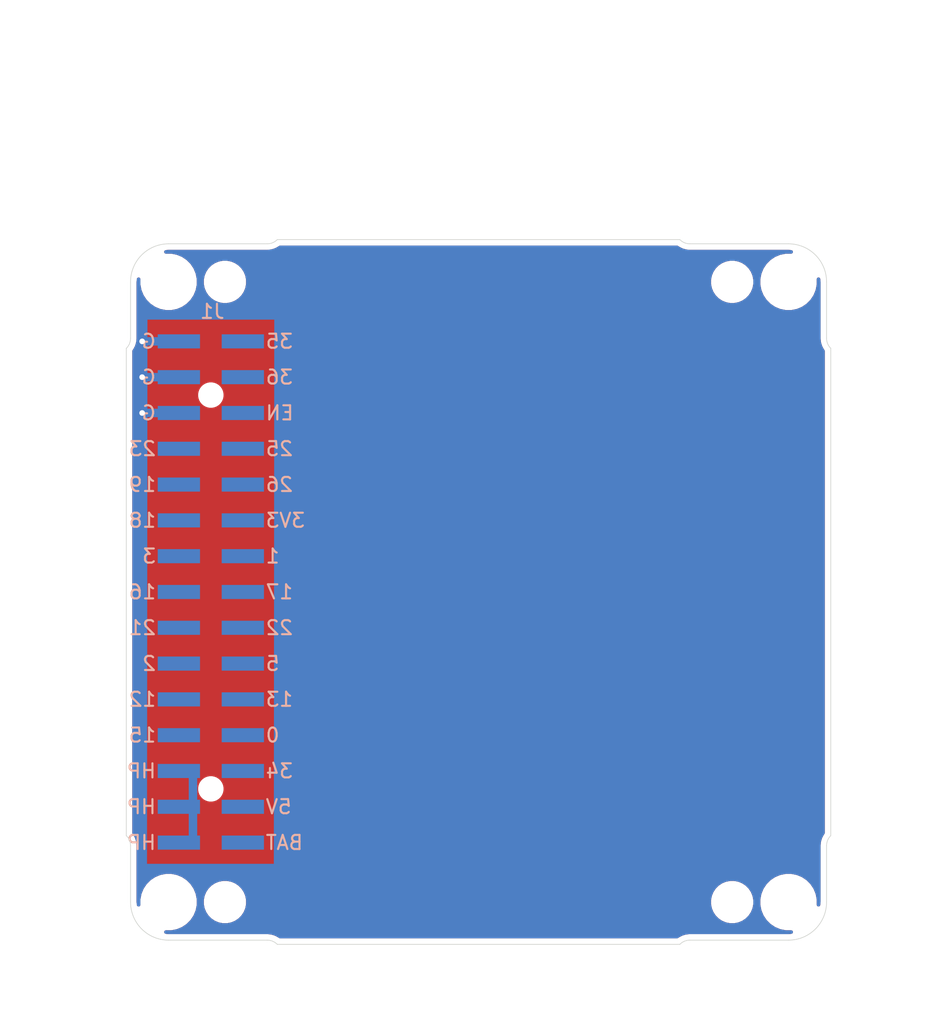
<source format=kicad_pcb>
(kicad_pcb (version 20171130) (host pcbnew "(5.1.12)-1")

  (general
    (thickness 1.6)
    (drawings 37)
    (tracks 12)
    (zones 0)
    (modules 9)
    (nets 27)
  )

  (page A4)
  (title_block
    (title BF-021B)
    (date 2022-02-05)
    (rev V01L01)
    (company "Copyright 2022 BotanicFields, Inc.")
    (comment 1 "Template of M5Stack Bottom by FDM")
    (comment 2 "FDM: Fused Deposition Modeling")
  )

  (layers
    (0 F.Cu signal)
    (31 B.Cu signal)
    (32 B.Adhes user)
    (33 F.Adhes user)
    (34 B.Paste user)
    (35 F.Paste user)
    (36 B.SilkS user)
    (37 F.SilkS user)
    (38 B.Mask user)
    (39 F.Mask user)
    (40 Dwgs.User user)
    (41 Cmts.User user)
    (42 Eco1.User user)
    (43 Eco2.User user)
    (44 Edge.Cuts user)
    (45 Margin user)
    (46 B.CrtYd user)
    (47 F.CrtYd user)
    (48 B.Fab user)
    (49 F.Fab user)
  )

  (setup
    (last_trace_width 0.25)
    (trace_clearance 0.2)
    (zone_clearance 0.508)
    (zone_45_only no)
    (trace_min 0.2)
    (via_size 0.8)
    (via_drill 0.4)
    (via_min_size 0.4)
    (via_min_drill 0.3)
    (uvia_size 0.3)
    (uvia_drill 0.1)
    (uvias_allowed no)
    (uvia_min_size 0.2)
    (uvia_min_drill 0.1)
    (edge_width 0.05)
    (segment_width 0.2)
    (pcb_text_width 0.3)
    (pcb_text_size 1.5 1.5)
    (mod_edge_width 0.12)
    (mod_text_size 1 1)
    (mod_text_width 0.15)
    (pad_size 1.524 1.524)
    (pad_drill 0.762)
    (pad_to_mask_clearance 0.05)
    (aux_axis_origin 100 100)
    (grid_origin 125 75)
    (visible_elements 7FFFFFFF)
    (pcbplotparams
      (layerselection 0x010fc_ffffffff)
      (usegerberextensions false)
      (usegerberattributes true)
      (usegerberadvancedattributes true)
      (creategerberjobfile true)
      (excludeedgelayer true)
      (linewidth 0.100000)
      (plotframeref false)
      (viasonmask false)
      (mode 1)
      (useauxorigin false)
      (hpglpennumber 1)
      (hpglpenspeed 20)
      (hpglpendiameter 15.000000)
      (psnegative false)
      (psa4output false)
      (plotreference true)
      (plotvalue true)
      (plotinvisibletext false)
      (padsonsilk false)
      (subtractmaskfromsilk false)
      (outputformat 1)
      (mirror false)
      (drillshape 1)
      (scaleselection 1)
      (outputdirectory ""))
  )

  (net 0 "")
  (net 1 +BATT)
  (net 2 VBUS)
  (net 3 +5V)
  (net 4 /GPIO34)
  (net 5 /GPIO0)
  (net 6 /GPIO15)
  (net 7 /GPIO13)
  (net 8 /GPIO12)
  (net 9 /GPIO5)
  (net 10 /GPIO2)
  (net 11 /GPIO22)
  (net 12 /GPIO21)
  (net 13 /GPIO17)
  (net 14 /GPIO16)
  (net 15 /GPIO1)
  (net 16 /GPIO3)
  (net 17 +3V3)
  (net 18 /GPIO18)
  (net 19 /GPIO26)
  (net 20 /GPIO19)
  (net 21 /GPIO25)
  (net 22 /GPIO23)
  (net 23 /EN)
  (net 24 GND)
  (net 25 /GPIO36)
  (net 26 /GPIO35)

  (net_class Default "This is the default net class."
    (clearance 0.2)
    (trace_width 0.25)
    (via_dia 0.8)
    (via_drill 0.4)
    (uvia_dia 0.3)
    (uvia_drill 0.1)
    (add_net /EN)
    (add_net /GPIO0)
    (add_net /GPIO1)
    (add_net /GPIO12)
    (add_net /GPIO13)
    (add_net /GPIO15)
    (add_net /GPIO16)
    (add_net /GPIO17)
    (add_net /GPIO18)
    (add_net /GPIO19)
    (add_net /GPIO2)
    (add_net /GPIO21)
    (add_net /GPIO22)
    (add_net /GPIO23)
    (add_net /GPIO25)
    (add_net /GPIO26)
    (add_net /GPIO3)
    (add_net /GPIO34)
    (add_net /GPIO35)
    (add_net /GPIO36)
    (add_net /GPIO5)
  )

  (net_class Power ""
    (clearance 0.2)
    (trace_width 0.6)
    (via_dia 0.8)
    (via_drill 0.4)
    (uvia_dia 0.3)
    (uvia_drill 0.1)
    (add_net +3V3)
    (add_net +5V)
    (add_net +BATT)
    (add_net GND)
    (add_net VBUS)
  )

  (net_class Power2 ""
    (clearance 0.2)
    (trace_width 1)
    (via_dia 0.8)
    (via_drill 0.4)
    (uvia_dia 0.3)
    (uvia_drill 0.1)
  )

  (module bf:BF@MountingHole_3.2mm_M3 (layer F.Cu) (tedit 5F531B03) (tstamp 60C1EB4B)
    (at 103 53)
    (descr "Mounting Hole 3.2mm, no annular, M3")
    (tags "mounting hole 3.2mm no annular m3")
    (path /5F54EC75)
    (attr virtual)
    (fp_text reference H1 (at 0 -4.2) (layer F.SilkS) hide
      (effects (font (size 1 1) (thickness 0.15)))
    )
    (fp_text value MountingHole (at 0 4.2) (layer F.Fab) hide
      (effects (font (size 1 1) (thickness 0.15)))
    )
    (fp_circle (center 0 0) (end 2 0) (layer F.CrtYd) (width 0.05))
    (fp_text user %R (at 0.3 0) (layer F.Fab)
      (effects (font (size 1 1) (thickness 0.15)))
    )
    (pad "" np_thru_hole circle (at 0 0) (size 3.2 3.2) (drill 3.2) (layers *.Cu *.Mask))
  )

  (module bf:BF@MountingHole_3.2mm_M3 (layer F.Cu) (tedit 5F531B03) (tstamp 60C1EB51)
    (at 147 53)
    (descr "Mounting Hole 3.2mm, no annular, M3")
    (tags "mounting hole 3.2mm no annular m3")
    (path /5F54F74E)
    (attr virtual)
    (fp_text reference H2 (at 0 -4.2) (layer F.SilkS) hide
      (effects (font (size 1 1) (thickness 0.15)))
    )
    (fp_text value MountingHole (at 0 4.2) (layer F.Fab) hide
      (effects (font (size 1 1) (thickness 0.15)))
    )
    (fp_circle (center 0 0) (end 2 0) (layer F.CrtYd) (width 0.05))
    (fp_text user %R (at 0.3 0) (layer F.Fab)
      (effects (font (size 1 1) (thickness 0.15)))
    )
    (pad "" np_thru_hole circle (at 0 0) (size 3.2 3.2) (drill 3.2) (layers *.Cu *.Mask))
  )

  (module bf:BF@MountingHole_3.2mm_M3 (layer F.Cu) (tedit 5F531B03) (tstamp 60C1EB57)
    (at 147 97)
    (descr "Mounting Hole 3.2mm, no annular, M3")
    (tags "mounting hole 3.2mm no annular m3")
    (path /5F54FB16)
    (attr virtual)
    (fp_text reference H3 (at 0 -4.2) (layer F.SilkS) hide
      (effects (font (size 1 1) (thickness 0.15)))
    )
    (fp_text value MountingHole (at 0 4.2) (layer F.Fab) hide
      (effects (font (size 1 1) (thickness 0.15)))
    )
    (fp_circle (center 0 0) (end 2 0) (layer F.CrtYd) (width 0.05))
    (fp_text user %R (at 0.3 0) (layer F.Fab)
      (effects (font (size 1 1) (thickness 0.15)))
    )
    (pad "" np_thru_hole circle (at 0 0) (size 3.2 3.2) (drill 3.2) (layers *.Cu *.Mask))
  )

  (module bf:BF@MountingHole_3.2mm_M3 (layer F.Cu) (tedit 5F531B03) (tstamp 60C1EB5D)
    (at 103 97)
    (descr "Mounting Hole 3.2mm, no annular, M3")
    (tags "mounting hole 3.2mm no annular m3")
    (path /5F54FB20)
    (attr virtual)
    (fp_text reference H4 (at 0 -4.2) (layer F.SilkS) hide
      (effects (font (size 1 1) (thickness 0.15)))
    )
    (fp_text value MountingHole (at 0 4.2) (layer F.Fab) hide
      (effects (font (size 1 1) (thickness 0.15)))
    )
    (fp_circle (center 0 0) (end 2 0) (layer F.CrtYd) (width 0.05))
    (fp_text user %R (at 0.3 0) (layer F.Fab)
      (effects (font (size 1 1) (thickness 0.15)))
    )
    (pad "" np_thru_hole circle (at 0 0) (size 3.2 3.2) (drill 3.2) (layers *.Cu *.Mask))
  )

  (module bf:BF@MountingHole_2.2mm_M2 (layer F.Cu) (tedit 5F53230F) (tstamp 60C1EB63)
    (at 107 53)
    (descr "Mounting Hole 2.2mm, no annular, M2")
    (tags "mounting hole 2.2mm no annular m2")
    (path /5F550331)
    (attr virtual)
    (fp_text reference H5 (at 0 -3.2) (layer F.SilkS) hide
      (effects (font (size 1 1) (thickness 0.15)))
    )
    (fp_text value MountingHole (at 0 3.2) (layer F.Fab) hide
      (effects (font (size 1 1) (thickness 0.15)))
    )
    (fp_circle (center 0 0) (end 1.5 0) (layer F.CrtYd) (width 0.05))
    (fp_text user %R (at 0.3 0) (layer F.Fab)
      (effects (font (size 1 1) (thickness 0.15)))
    )
    (pad "" np_thru_hole circle (at 0 0) (size 2.2 2.2) (drill 2.2) (layers *.Cu *.Mask))
  )

  (module bf:BF@MountingHole_2.2mm_M2 (layer F.Cu) (tedit 5F53230F) (tstamp 60C1EB69)
    (at 143 53)
    (descr "Mounting Hole 2.2mm, no annular, M2")
    (tags "mounting hole 2.2mm no annular m2")
    (path /5F55033B)
    (attr virtual)
    (fp_text reference H6 (at 0 -3.2) (layer F.SilkS) hide
      (effects (font (size 1 1) (thickness 0.15)))
    )
    (fp_text value MountingHole (at 0 3.2) (layer F.Fab) hide
      (effects (font (size 1 1) (thickness 0.15)))
    )
    (fp_circle (center 0 0) (end 1.5 0) (layer F.CrtYd) (width 0.05))
    (fp_text user %R (at 0.3 0) (layer F.Fab)
      (effects (font (size 1 1) (thickness 0.15)))
    )
    (pad "" np_thru_hole circle (at 0 0) (size 2.2 2.2) (drill 2.2) (layers *.Cu *.Mask))
  )

  (module bf:BF@MountingHole_2.2mm_M2 (layer F.Cu) (tedit 5F53230F) (tstamp 60C1EB6F)
    (at 143 97)
    (descr "Mounting Hole 2.2mm, no annular, M2")
    (tags "mounting hole 2.2mm no annular m2")
    (path /5F550345)
    (attr virtual)
    (fp_text reference H7 (at 0 -3.2) (layer F.SilkS) hide
      (effects (font (size 1 1) (thickness 0.15)))
    )
    (fp_text value MountingHole (at 0 3.2) (layer F.Fab) hide
      (effects (font (size 1 1) (thickness 0.15)))
    )
    (fp_circle (center 0 0) (end 1.5 0) (layer F.CrtYd) (width 0.05))
    (fp_text user %R (at 0.3 0) (layer F.Fab)
      (effects (font (size 1 1) (thickness 0.15)))
    )
    (pad "" np_thru_hole circle (at 0 0) (size 2.2 2.2) (drill 2.2) (layers *.Cu *.Mask))
  )

  (module bf:BF@MountingHole_2.2mm_M2 (layer F.Cu) (tedit 5F53230F) (tstamp 60C1EB75)
    (at 107 97)
    (descr "Mounting Hole 2.2mm, no annular, M2")
    (tags "mounting hole 2.2mm no annular m2")
    (path /5F55034F)
    (attr virtual)
    (fp_text reference H8 (at 0 -3.2) (layer F.SilkS) hide
      (effects (font (size 1 1) (thickness 0.15)))
    )
    (fp_text value MountingHole (at 0 3.2) (layer F.Fab) hide
      (effects (font (size 1 1) (thickness 0.15)))
    )
    (fp_circle (center 0 0) (end 1.5 0) (layer F.CrtYd) (width 0.05))
    (fp_text user %R (at 0.3 0) (layer F.Fab)
      (effects (font (size 1 1) (thickness 0.15)))
    )
    (pad "" np_thru_hole circle (at 0 0) (size 2.2 2.2) (drill 2.2) (layers *.Cu *.Mask))
  )

  (module bf:BF@M5Stack_MBUS_Bottom (layer F.Cu) (tedit 61E7CF5F) (tstamp 61FE99A5)
    (at 106 75)
    (descr "surface-mounted straight pin header, 2x15, 2.54mm pitch, double rows")
    (tags "Surface mounted pin header SMD 2x15 2.54mm double row")
    (path /5CD75190)
    (attr smd)
    (fp_text reference J1 (at 0.1 -19.9) (layer B.SilkS)
      (effects (font (size 1 1) (thickness 0.15)) (justify mirror))
    )
    (fp_text value M-BUS (at 0 20.11 180) (layer B.Fab)
      (effects (font (size 1 1) (thickness 0.15)) (justify mirror))
    )
    (fp_poly (pts (xy -1.9685 17.3355) (xy -3.683 17.3355) (xy -3.683 18.2245) (xy -1.9685 18.2245)) (layer B.Paste) (width 0.1))
    (fp_poly (pts (xy 3.683 17.3355) (xy 1.9685 17.3355) (xy 1.9685 18.2245) (xy 3.683 18.2245)) (layer B.Paste) (width 0.1))
    (fp_poly (pts (xy -1.9685 14.7955) (xy -3.683 14.7955) (xy -3.683 15.6845) (xy -1.9685 15.6845)) (layer B.Paste) (width 0.1))
    (fp_poly (pts (xy 3.683 14.7955) (xy 1.9685 14.7955) (xy 1.9685 15.6845) (xy 3.683 15.6845)) (layer B.Paste) (width 0.1))
    (fp_poly (pts (xy 3.683 12.2555) (xy 1.9685 12.2555) (xy 1.9685 13.1445) (xy 3.683 13.1445)) (layer B.Paste) (width 0.1))
    (fp_poly (pts (xy -1.9685 12.2555) (xy -3.683 12.2555) (xy -3.683 13.1445) (xy -1.9685 13.1445)) (layer B.Paste) (width 0.1))
    (fp_poly (pts (xy 3.683 9.7155) (xy 1.9685 9.7155) (xy 1.9685 10.6045) (xy 3.683 10.6045)) (layer B.Paste) (width 0.1))
    (fp_poly (pts (xy -1.9685 9.7155) (xy -3.683 9.7155) (xy -3.683 10.6045) (xy -1.9685 10.6045)) (layer B.Paste) (width 0.1))
    (fp_poly (pts (xy 3.683 7.1755) (xy 1.9685 7.1755) (xy 1.9685 8.0645) (xy 3.683 8.0645)) (layer B.Paste) (width 0.1))
    (fp_poly (pts (xy -1.9685 7.1755) (xy -3.683 7.1755) (xy -3.683 8.0645) (xy -1.9685 8.0645)) (layer B.Paste) (width 0.1))
    (fp_poly (pts (xy -1.9685 4.6355) (xy -3.683 4.6355) (xy -3.683 5.5245) (xy -1.9685 5.5245)) (layer B.Paste) (width 0.1))
    (fp_poly (pts (xy 3.683 4.6355) (xy 1.9685 4.6355) (xy 1.9685 5.5245) (xy 3.683 5.5245)) (layer B.Paste) (width 0.1))
    (fp_poly (pts (xy 3.683 2.0955) (xy 1.9685 2.0955) (xy 1.9685 2.9845) (xy 3.683 2.9845)) (layer B.Paste) (width 0.1))
    (fp_poly (pts (xy -1.9685 2.0955) (xy -3.683 2.0955) (xy -3.683 2.9845) (xy -1.9685 2.9845)) (layer B.Paste) (width 0.1))
    (fp_poly (pts (xy -1.9685 -0.4445) (xy -3.683 -0.4445) (xy -3.683 0.4445) (xy -1.9685 0.4445)) (layer B.Paste) (width 0.1))
    (fp_poly (pts (xy 3.683 -0.4445) (xy 1.9685 -0.4445) (xy 1.9685 0.4445) (xy 3.683 0.4445)) (layer B.Paste) (width 0.1))
    (fp_poly (pts (xy 3.683 -2.9845) (xy 1.9685 -2.9845) (xy 1.9685 -2.0955) (xy 3.683 -2.0955)) (layer B.Paste) (width 0.1))
    (fp_poly (pts (xy -1.9685 -2.9845) (xy -3.683 -2.9845) (xy -3.683 -2.0955) (xy -1.9685 -2.0955)) (layer B.Paste) (width 0.1))
    (fp_poly (pts (xy -1.9685 -5.5245) (xy -3.683 -5.5245) (xy -3.683 -4.6355) (xy -1.9685 -4.6355)) (layer B.Paste) (width 0.1))
    (fp_poly (pts (xy 3.683 -5.5245) (xy 1.9685 -5.5245) (xy 1.9685 -4.6355) (xy 3.683 -4.6355)) (layer B.Paste) (width 0.1))
    (fp_poly (pts (xy 3.683 -8.0645) (xy 1.9685 -8.0645) (xy 1.9685 -7.1755) (xy 3.683 -7.1755)) (layer B.Paste) (width 0.1))
    (fp_poly (pts (xy -1.9685 -8.0645) (xy -3.683 -8.0645) (xy -3.683 -7.1755) (xy -1.9685 -7.1755)) (layer B.Paste) (width 0.1))
    (fp_poly (pts (xy -1.9685 -10.6045) (xy -3.683 -10.6045) (xy -3.683 -9.7155) (xy -1.9685 -9.7155)) (layer B.Paste) (width 0.1))
    (fp_poly (pts (xy 3.683 -10.6045) (xy 1.9685 -10.6045) (xy 1.9685 -9.7155) (xy 3.683 -9.7155)) (layer B.Paste) (width 0.1))
    (fp_poly (pts (xy -1.9685 -13.1445) (xy -3.683 -13.1445) (xy -3.683 -12.2555) (xy -1.9685 -12.2555)) (layer B.Paste) (width 0.1))
    (fp_poly (pts (xy 3.683 -13.1445) (xy 1.9685 -13.1445) (xy 1.9685 -12.2555) (xy 3.683 -12.2555)) (layer B.Paste) (width 0.1))
    (fp_poly (pts (xy 3.683 -15.6845) (xy 1.9685 -15.6845) (xy 1.9685 -14.7955) (xy 3.683 -14.7955)) (layer B.Paste) (width 0.1))
    (fp_poly (pts (xy -1.9685 -15.6845) (xy -3.683 -15.6845) (xy -3.683 -14.7955) (xy -1.9685 -14.7955)) (layer B.Paste) (width 0.1))
    (fp_poly (pts (xy 3.683 -18.2245) (xy 1.9685 -18.2245) (xy 1.9685 -17.3355) (xy 3.683 -17.3355)) (layer B.Paste) (width 0.1))
    (fp_poly (pts (xy -1.9685 -18.2245) (xy -3.683 -18.2245) (xy -3.683 -17.3355) (xy -1.9685 -17.3355)) (layer B.Paste) (width 0.1))
    (fp_line (start 3.6 -18.1) (end 3.6 -17.46) (layer B.Fab) (width 0.1))
    (fp_line (start 3.6 -17.46) (end 2.54 -17.46) (layer B.Fab) (width 0.1))
    (fp_line (start -2.54 19.05) (end 2.54 19.05) (layer B.Fab) (width 0.1))
    (fp_line (start 2.54 -19.05) (end -1.524 -19.05) (layer B.Fab) (width 0.1))
    (fp_line (start 2.54 19.05) (end 2.54 -19.05) (layer B.Fab) (width 0.1))
    (fp_line (start -2.54 -18.1) (end -1.524 -19.05) (layer B.Fab) (width 0.1))
    (fp_line (start -2.54 -18.1) (end -2.54 19.05) (layer B.Fab) (width 0.1))
    (fp_line (start 2.54 -18.1) (end 3.6 -18.1) (layer B.Fab) (width 0.1))
    (fp_line (start -2.54 -18.1) (end -3.6 -18.1) (layer B.Fab) (width 0.1))
    (fp_line (start -3.6 -18.1) (end -3.6 -17.46) (layer B.Fab) (width 0.1))
    (fp_line (start -3.6 -17.46) (end -2.54 -17.46) (layer B.Fab) (width 0.1))
    (fp_line (start 2.54 -15.56) (end 3.6 -15.56) (layer B.Fab) (width 0.1))
    (fp_line (start 3.6 -15.56) (end 3.6 -14.92) (layer B.Fab) (width 0.1))
    (fp_line (start 3.6 -14.92) (end 2.54 -14.92) (layer B.Fab) (width 0.1))
    (fp_line (start -2.54 -15.56) (end -3.6 -15.56) (layer B.Fab) (width 0.1))
    (fp_line (start -3.6 -15.56) (end -3.6 -14.92) (layer B.Fab) (width 0.1))
    (fp_line (start -3.6 -14.92) (end -2.54 -14.92) (layer B.Fab) (width 0.1))
    (fp_line (start 2.54 -13.02) (end 3.6 -13.02) (layer B.Fab) (width 0.1))
    (fp_line (start 3.6 -13.02) (end 3.6 -12.38) (layer B.Fab) (width 0.1))
    (fp_line (start 3.6 -12.38) (end 2.54 -12.38) (layer B.Fab) (width 0.1))
    (fp_line (start -2.54 -13.02) (end -3.6 -13.02) (layer B.Fab) (width 0.1))
    (fp_line (start -3.6 -13.02) (end -3.6 -12.38) (layer B.Fab) (width 0.1))
    (fp_line (start -3.6 -12.38) (end -2.54 -12.38) (layer B.Fab) (width 0.1))
    (fp_line (start 2.54 -10.48) (end 3.6 -10.48) (layer B.Fab) (width 0.1))
    (fp_line (start 3.6 -10.48) (end 3.6 -9.84) (layer B.Fab) (width 0.1))
    (fp_line (start 3.6 -9.84) (end 2.54 -9.84) (layer B.Fab) (width 0.1))
    (fp_line (start -2.54 -10.48) (end -3.6 -10.48) (layer B.Fab) (width 0.1))
    (fp_line (start -3.6 -10.48) (end -3.6 -9.84) (layer B.Fab) (width 0.1))
    (fp_line (start -3.6 -9.84) (end -2.54 -9.84) (layer B.Fab) (width 0.1))
    (fp_line (start 2.54 -7.94) (end 3.6 -7.94) (layer B.Fab) (width 0.1))
    (fp_line (start 3.6 -7.94) (end 3.6 -7.3) (layer B.Fab) (width 0.1))
    (fp_line (start 3.6 -7.3) (end 2.54 -7.3) (layer B.Fab) (width 0.1))
    (fp_line (start -2.54 -7.94) (end -3.6 -7.94) (layer B.Fab) (width 0.1))
    (fp_line (start -3.6 -7.94) (end -3.6 -7.3) (layer B.Fab) (width 0.1))
    (fp_line (start -3.6 -7.3) (end -2.54 -7.3) (layer B.Fab) (width 0.1))
    (fp_line (start 2.54 -5.4) (end 3.6 -5.4) (layer B.Fab) (width 0.1))
    (fp_line (start 3.6 -5.4) (end 3.6 -4.76) (layer B.Fab) (width 0.1))
    (fp_line (start 3.6 -4.76) (end 2.54 -4.76) (layer B.Fab) (width 0.1))
    (fp_line (start -2.54 -5.4) (end -3.6 -5.4) (layer B.Fab) (width 0.1))
    (fp_line (start -3.6 -5.4) (end -3.6 -4.76) (layer B.Fab) (width 0.1))
    (fp_line (start -3.6 -4.76) (end -2.54 -4.76) (layer B.Fab) (width 0.1))
    (fp_line (start 2.54 -2.86) (end 3.6 -2.86) (layer B.Fab) (width 0.1))
    (fp_line (start 3.6 -2.86) (end 3.6 -2.22) (layer B.Fab) (width 0.1))
    (fp_line (start 3.6 -2.22) (end 2.54 -2.22) (layer B.Fab) (width 0.1))
    (fp_line (start -2.54 -2.86) (end -3.6 -2.86) (layer B.Fab) (width 0.1))
    (fp_line (start -3.6 -2.86) (end -3.6 -2.22) (layer B.Fab) (width 0.1))
    (fp_line (start -3.6 -2.22) (end -2.54 -2.22) (layer B.Fab) (width 0.1))
    (fp_line (start 2.54 -0.32) (end 3.6 -0.32) (layer B.Fab) (width 0.1))
    (fp_line (start 3.6 -0.32) (end 3.6 0.32) (layer B.Fab) (width 0.1))
    (fp_line (start 3.6 0.32) (end 2.54 0.32) (layer B.Fab) (width 0.1))
    (fp_line (start -2.54 -0.32) (end -3.6 -0.32) (layer B.Fab) (width 0.1))
    (fp_line (start -3.6 -0.32) (end -3.6 0.32) (layer B.Fab) (width 0.1))
    (fp_line (start -3.6 0.32) (end -2.54 0.32) (layer B.Fab) (width 0.1))
    (fp_line (start 2.54 2.22) (end 3.6 2.22) (layer B.Fab) (width 0.1))
    (fp_line (start 3.6 2.22) (end 3.6 2.86) (layer B.Fab) (width 0.1))
    (fp_line (start 3.6 2.86) (end 2.54 2.86) (layer B.Fab) (width 0.1))
    (fp_line (start -2.54 2.22) (end -3.6 2.22) (layer B.Fab) (width 0.1))
    (fp_line (start -3.6 2.22) (end -3.6 2.86) (layer B.Fab) (width 0.1))
    (fp_line (start -3.6 2.86) (end -2.54 2.86) (layer B.Fab) (width 0.1))
    (fp_line (start 2.54 4.76) (end 3.6 4.76) (layer B.Fab) (width 0.1))
    (fp_line (start 3.6 4.76) (end 3.6 5.4) (layer B.Fab) (width 0.1))
    (fp_line (start 3.6 5.4) (end 2.54 5.4) (layer B.Fab) (width 0.1))
    (fp_line (start -2.54 4.76) (end -3.6 4.76) (layer B.Fab) (width 0.1))
    (fp_line (start -3.6 4.76) (end -3.6 5.4) (layer B.Fab) (width 0.1))
    (fp_line (start -3.6 5.4) (end -2.54 5.4) (layer B.Fab) (width 0.1))
    (fp_line (start 2.54 7.3) (end 3.6 7.3) (layer B.Fab) (width 0.1))
    (fp_line (start 3.6 7.3) (end 3.6 7.94) (layer B.Fab) (width 0.1))
    (fp_line (start 3.6 7.94) (end 2.54 7.94) (layer B.Fab) (width 0.1))
    (fp_line (start -2.54 7.3) (end -3.6 7.3) (layer B.Fab) (width 0.1))
    (fp_line (start -3.6 7.3) (end -3.6 7.94) (layer B.Fab) (width 0.1))
    (fp_line (start -3.6 7.94) (end -2.54 7.94) (layer B.Fab) (width 0.1))
    (fp_line (start 2.54 9.84) (end 3.6 9.84) (layer B.Fab) (width 0.1))
    (fp_line (start 3.6 9.84) (end 3.6 10.48) (layer B.Fab) (width 0.1))
    (fp_line (start 3.6 10.48) (end 2.54 10.48) (layer B.Fab) (width 0.1))
    (fp_line (start -2.54 9.84) (end -3.6 9.84) (layer B.Fab) (width 0.1))
    (fp_line (start -3.6 9.84) (end -3.6 10.48) (layer B.Fab) (width 0.1))
    (fp_line (start -3.6 10.48) (end -2.54 10.48) (layer B.Fab) (width 0.1))
    (fp_line (start 2.54 12.38) (end 3.6 12.38) (layer B.Fab) (width 0.1))
    (fp_line (start 3.6 12.38) (end 3.6 13.02) (layer B.Fab) (width 0.1))
    (fp_line (start 3.6 13.02) (end 2.54 13.02) (layer B.Fab) (width 0.1))
    (fp_line (start -2.54 12.38) (end -3.6 12.38) (layer B.Fab) (width 0.1))
    (fp_line (start -3.6 12.38) (end -3.6 13.02) (layer B.Fab) (width 0.1))
    (fp_line (start -3.6 13.02) (end -2.54 13.02) (layer B.Fab) (width 0.1))
    (fp_line (start 2.54 14.92) (end 3.6 14.92) (layer B.Fab) (width 0.1))
    (fp_line (start 3.6 14.92) (end 3.6 15.56) (layer B.Fab) (width 0.1))
    (fp_line (start 3.6 15.56) (end 2.54 15.56) (layer B.Fab) (width 0.1))
    (fp_line (start -2.54 14.92) (end -3.6 14.92) (layer B.Fab) (width 0.1))
    (fp_line (start -3.6 14.92) (end -3.6 15.56) (layer B.Fab) (width 0.1))
    (fp_line (start -3.6 15.56) (end -2.54 15.56) (layer B.Fab) (width 0.1))
    (fp_line (start 2.54 17.46) (end 3.6 17.46) (layer B.Fab) (width 0.1))
    (fp_line (start 3.6 17.46) (end 3.6 18.1) (layer B.Fab) (width 0.1))
    (fp_line (start 3.6 18.1) (end 2.54 18.1) (layer B.Fab) (width 0.1))
    (fp_line (start -2.54 17.46) (end -3.6 17.46) (layer B.Fab) (width 0.1))
    (fp_line (start -3.6 17.46) (end -3.6 18.1) (layer B.Fab) (width 0.1))
    (fp_line (start -3.6 18.1) (end -2.54 18.1) (layer B.Fab) (width 0.1))
    (fp_line (start 4.5 -19.6) (end 4.5 19.6) (layer B.CrtYd) (width 0.05))
    (fp_line (start -4.5 19.6) (end -4.5 -19.6) (layer B.CrtYd) (width 0.05))
    (fp_line (start 4.5 19.6) (end -4.5 19.6) (layer B.CrtYd) (width 0.05))
    (fp_line (start -4.5 -19.6) (end 4.5 -19.6) (layer B.CrtYd) (width 0.05))
    (fp_line (start -3.6 -7.94) (end -3.6 -7.3) (layer B.Fab) (width 0.1))
    (fp_line (start 3.6 -14.92) (end 2.54 -14.92) (layer B.Fab) (width 0.1))
    (fp_line (start 2.54 -7.94) (end 3.6 -7.94) (layer B.Fab) (width 0.1))
    (fp_line (start 3.6 -18.1) (end 3.6 -17.46) (layer B.Fab) (width 0.1))
    (fp_line (start -3.6 -15.56) (end -3.6 -14.92) (layer B.Fab) (width 0.1))
    (fp_line (start -3.6 -10.48) (end -3.6 -9.84) (layer B.Fab) (width 0.1))
    (fp_line (start 3.6 -17.46) (end 2.54 -17.46) (layer B.Fab) (width 0.1))
    (fp_line (start -2.54 -13.02) (end -3.6 -13.02) (layer B.Fab) (width 0.1))
    (fp_line (start -2.54 -10.48) (end -3.6 -10.48) (layer B.Fab) (width 0.1))
    (fp_line (start 2.54 -18.1) (end 3.6 -18.1) (layer B.Fab) (width 0.1))
    (fp_line (start -3.6 -13.02) (end -3.6 -12.38) (layer B.Fab) (width 0.1))
    (fp_line (start 2.54 -13.02) (end 3.6 -13.02) (layer B.Fab) (width 0.1))
    (fp_line (start 2.54 -18.1) (end 1.524 -19.05) (layer B.Fab) (width 0.1))
    (fp_line (start -3.6 -18.1) (end -3.6 -17.46) (layer B.Fab) (width 0.1))
    (fp_line (start -2.54 19.05) (end -2.54 -19.05) (layer B.Fab) (width 0.1))
    (fp_line (start 3.6 -9.84) (end 2.54 -9.84) (layer B.Fab) (width 0.1))
    (fp_line (start -3.6 -14.92) (end -2.54 -14.92) (layer B.Fab) (width 0.1))
    (fp_line (start 3.6 -10.48) (end 3.6 -9.84) (layer B.Fab) (width 0.1))
    (fp_line (start 2.54 19.05) (end -2.54 19.05) (layer B.Fab) (width 0.1))
    (fp_line (start -3.6 -12.38) (end -2.54 -12.38) (layer B.Fab) (width 0.1))
    (fp_line (start 3.6 -7.94) (end 3.6 -7.3) (layer B.Fab) (width 0.1))
    (fp_line (start 3.6 -7.3) (end 2.54 -7.3) (layer B.Fab) (width 0.1))
    (fp_line (start -2.54 -19.05) (end 1.524 -19.05) (layer B.Fab) (width 0.1))
    (fp_line (start -2.54 -7.94) (end -3.6 -7.94) (layer B.Fab) (width 0.1))
    (fp_line (start -3.6 -7.3) (end -2.54 -7.3) (layer B.Fab) (width 0.1))
    (fp_line (start -2.54 -5.4) (end -3.6 -5.4) (layer B.Fab) (width 0.1))
    (fp_line (start -3.6 -9.84) (end -2.54 -9.84) (layer B.Fab) (width 0.1))
    (fp_line (start 3.6 -13.02) (end 3.6 -12.38) (layer B.Fab) (width 0.1))
    (fp_line (start -3.6 -5.4) (end -3.6 -4.76) (layer B.Fab) (width 0.1))
    (fp_line (start 3.6 -15.56) (end 3.6 -14.92) (layer B.Fab) (width 0.1))
    (fp_line (start 3.6 -12.38) (end 2.54 -12.38) (layer B.Fab) (width 0.1))
    (fp_line (start -2.54 -18.1) (end -3.6 -18.1) (layer B.Fab) (width 0.1))
    (fp_line (start 2.54 -18.1) (end 2.54 19.05) (layer B.Fab) (width 0.1))
    (fp_line (start -3.6 -17.46) (end -2.54 -17.46) (layer B.Fab) (width 0.1))
    (fp_line (start -2.54 -15.56) (end -3.6 -15.56) (layer B.Fab) (width 0.1))
    (fp_line (start 2.54 -15.56) (end 3.6 -15.56) (layer B.Fab) (width 0.1))
    (fp_line (start 2.54 -10.48) (end 3.6 -10.48) (layer B.Fab) (width 0.1))
    (fp_line (start 3.6 0.32) (end 2.54 0.32) (layer B.Fab) (width 0.1))
    (fp_line (start 3.6 14.92) (end 3.6 15.56) (layer B.Fab) (width 0.1))
    (fp_line (start -3.6 13.02) (end -2.54 13.02) (layer B.Fab) (width 0.1))
    (fp_line (start -2.54 2.22) (end -3.6 2.22) (layer B.Fab) (width 0.1))
    (fp_line (start -3.6 9.84) (end -3.6 10.48) (layer B.Fab) (width 0.1))
    (fp_line (start 3.6 17.46) (end 3.6 18.1) (layer B.Fab) (width 0.1))
    (fp_line (start -3.6 17.46) (end -3.6 18.1) (layer B.Fab) (width 0.1))
    (fp_line (start -2.54 -2.86) (end -3.6 -2.86) (layer B.Fab) (width 0.1))
    (fp_line (start 2.54 12.38) (end 3.6 12.38) (layer B.Fab) (width 0.1))
    (fp_line (start -3.6 -4.76) (end -2.54 -4.76) (layer B.Fab) (width 0.1))
    (fp_line (start 2.54 14.92) (end 3.6 14.92) (layer B.Fab) (width 0.1))
    (fp_line (start -2.54 4.76) (end -3.6 4.76) (layer B.Fab) (width 0.1))
    (fp_line (start 3.6 -0.32) (end 3.6 0.32) (layer B.Fab) (width 0.1))
    (fp_line (start 3.6 7.3) (end 3.6 7.94) (layer B.Fab) (width 0.1))
    (fp_line (start 2.54 7.3) (end 3.6 7.3) (layer B.Fab) (width 0.1))
    (fp_line (start 3.6 7.94) (end 2.54 7.94) (layer B.Fab) (width 0.1))
    (fp_line (start 3.6 9.84) (end 3.6 10.48) (layer B.Fab) (width 0.1))
    (fp_line (start -3.6 12.38) (end -3.6 13.02) (layer B.Fab) (width 0.1))
    (fp_line (start 3.6 12.38) (end 3.6 13.02) (layer B.Fab) (width 0.1))
    (fp_line (start -3.6 2.86) (end -2.54 2.86) (layer B.Fab) (width 0.1))
    (fp_line (start -3.6 2.22) (end -3.6 2.86) (layer B.Fab) (width 0.1))
    (fp_line (start -2.54 9.84) (end -3.6 9.84) (layer B.Fab) (width 0.1))
    (fp_line (start 3.6 -2.86) (end 3.6 -2.22) (layer B.Fab) (width 0.1))
    (fp_line (start 3.6 13.02) (end 2.54 13.02) (layer B.Fab) (width 0.1))
    (fp_line (start -3.6 -0.32) (end -3.6 0.32) (layer B.Fab) (width 0.1))
    (fp_line (start 3.6 2.86) (end 2.54 2.86) (layer B.Fab) (width 0.1))
    (fp_line (start -3.6 -2.86) (end -3.6 -2.22) (layer B.Fab) (width 0.1))
    (fp_line (start 2.54 9.84) (end 3.6 9.84) (layer B.Fab) (width 0.1))
    (fp_line (start -3.6 5.4) (end -2.54 5.4) (layer B.Fab) (width 0.1))
    (fp_line (start 2.54 -5.4) (end 3.6 -5.4) (layer B.Fab) (width 0.1))
    (fp_line (start -3.6 0.32) (end -2.54 0.32) (layer B.Fab) (width 0.1))
    (fp_line (start -3.6 -2.22) (end -2.54 -2.22) (layer B.Fab) (width 0.1))
    (fp_line (start 2.54 -2.86) (end 3.6 -2.86) (layer B.Fab) (width 0.1))
    (fp_line (start 2.54 -0.32) (end 3.6 -0.32) (layer B.Fab) (width 0.1))
    (fp_line (start 2.54 2.22) (end 3.6 2.22) (layer B.Fab) (width 0.1))
    (fp_line (start -3.6 7.94) (end -2.54 7.94) (layer B.Fab) (width 0.1))
    (fp_line (start 3.6 10.48) (end 2.54 10.48) (layer B.Fab) (width 0.1))
    (fp_line (start -2.54 12.38) (end -3.6 12.38) (layer B.Fab) (width 0.1))
    (fp_line (start -2.54 -0.32) (end -3.6 -0.32) (layer B.Fab) (width 0.1))
    (fp_line (start -2.54 14.92) (end -3.6 14.92) (layer B.Fab) (width 0.1))
    (fp_line (start -3.6 14.92) (end -3.6 15.56) (layer B.Fab) (width 0.1))
    (fp_line (start -3.6 15.56) (end -2.54 15.56) (layer B.Fab) (width 0.1))
    (fp_line (start -2.54 17.46) (end -3.6 17.46) (layer B.Fab) (width 0.1))
    (fp_line (start 3.6 -4.76) (end 2.54 -4.76) (layer B.Fab) (width 0.1))
    (fp_line (start -3.6 18.1) (end -2.54 18.1) (layer B.Fab) (width 0.1))
    (fp_line (start 3.6 4.76) (end 3.6 5.4) (layer B.Fab) (width 0.1))
    (fp_line (start 3.6 15.56) (end 2.54 15.56) (layer B.Fab) (width 0.1))
    (fp_line (start 3.6 -2.22) (end 2.54 -2.22) (layer B.Fab) (width 0.1))
    (fp_line (start -3.6 4.76) (end -3.6 5.4) (layer B.Fab) (width 0.1))
    (fp_line (start 3.6 5.4) (end 2.54 5.4) (layer B.Fab) (width 0.1))
    (fp_line (start -3.6 7.3) (end -3.6 7.94) (layer B.Fab) (width 0.1))
    (fp_line (start -2.54 7.3) (end -3.6 7.3) (layer B.Fab) (width 0.1))
    (fp_line (start 3.6 2.22) (end 3.6 2.86) (layer B.Fab) (width 0.1))
    (fp_line (start -3.6 10.48) (end -2.54 10.48) (layer B.Fab) (width 0.1))
    (fp_line (start 2.54 4.76) (end 3.6 4.76) (layer B.Fab) (width 0.1))
    (fp_line (start 2.54 17.46) (end 3.6 17.46) (layer B.Fab) (width 0.1))
    (fp_line (start 3.6 18.1) (end 2.54 18.1) (layer B.Fab) (width 0.1))
    (fp_line (start 3.6 -5.4) (end 3.6 -4.76) (layer B.Fab) (width 0.1))
    (fp_text user %R (at 0 0 90) (layer B.Fab)
      (effects (font (size 1 1) (thickness 0.15)) (justify mirror))
    )
    (fp_text user BAT (at 3.81 17.78 180) (layer B.SilkS)
      (effects (font (size 1 1) (thickness 0.15)) (justify right mirror))
    )
    (fp_text user 5V (at 3.81 15.24 180) (layer B.SilkS)
      (effects (font (size 1 1) (thickness 0.15)) (justify right mirror))
    )
    (fp_text user 34 (at 3.81 12.7 180) (layer B.SilkS)
      (effects (font (size 1 1) (thickness 0.15)) (justify right mirror))
    )
    (fp_text user 0 (at 3.81 10.16 180) (layer B.SilkS)
      (effects (font (size 1 1) (thickness 0.15)) (justify right mirror))
    )
    (fp_text user 13 (at 3.81 7.62 180) (layer B.SilkS)
      (effects (font (size 1 1) (thickness 0.15)) (justify right mirror))
    )
    (fp_text user 5 (at 3.81 5.08 180) (layer B.SilkS)
      (effects (font (size 1 1) (thickness 0.15)) (justify right mirror))
    )
    (fp_text user 22 (at 3.81 2.54 180) (layer B.SilkS)
      (effects (font (size 1 1) (thickness 0.15)) (justify right mirror))
    )
    (fp_text user 17 (at 3.81 0 180) (layer B.SilkS)
      (effects (font (size 1 1) (thickness 0.15)) (justify right mirror))
    )
    (fp_text user 1 (at 3.81 -2.54 180) (layer B.SilkS)
      (effects (font (size 1 1) (thickness 0.15)) (justify right mirror))
    )
    (fp_text user 3V3 (at 3.81 -5.08 180) (layer B.SilkS)
      (effects (font (size 1 1) (thickness 0.15)) (justify right mirror))
    )
    (fp_text user 26 (at 3.81 -7.62 180) (layer B.SilkS)
      (effects (font (size 1 1) (thickness 0.15)) (justify right mirror))
    )
    (fp_text user 25 (at 3.81 -10.16 180) (layer B.SilkS)
      (effects (font (size 1 1) (thickness 0.15)) (justify right mirror))
    )
    (fp_text user EN (at 3.81 -12.7 180) (layer B.SilkS)
      (effects (font (size 1 1) (thickness 0.15)) (justify right mirror))
    )
    (fp_text user 36 (at 3.81 -15.24 180) (layer B.SilkS)
      (effects (font (size 1 1) (thickness 0.15)) (justify right mirror))
    )
    (fp_text user 35 (at 3.81 -17.78 180) (layer B.SilkS)
      (effects (font (size 1 1) (thickness 0.15)) (justify right mirror))
    )
    (fp_text user G (at -3.81 -17.78 180) (layer B.SilkS)
      (effects (font (size 1 1) (thickness 0.15)) (justify left mirror))
    )
    (fp_text user HP (at -3.81 15.24 180) (layer B.SilkS)
      (effects (font (size 1 1) (thickness 0.15)) (justify left mirror))
    )
    (fp_text user HP (at -3.81 17.78 180) (layer B.SilkS)
      (effects (font (size 1 1) (thickness 0.15)) (justify left mirror))
    )
    (fp_text user G (at -3.81 -12.7 180) (layer B.SilkS)
      (effects (font (size 1 1) (thickness 0.15)) (justify left mirror))
    )
    (fp_text user 19 (at -3.81 -7.62 180) (layer B.SilkS)
      (effects (font (size 1 1) (thickness 0.15)) (justify left mirror))
    )
    (fp_text user 18 (at -3.81 -5.08 180) (layer B.SilkS)
      (effects (font (size 1 1) (thickness 0.15)) (justify left mirror))
    )
    (fp_text user G (at -3.81 -15.24 180) (layer B.SilkS)
      (effects (font (size 1 1) (thickness 0.15)) (justify left mirror))
    )
    (fp_text user 23 (at -3.81 -10.16 180) (layer B.SilkS)
      (effects (font (size 1 1) (thickness 0.15)) (justify left mirror))
    )
    (fp_text user 16 (at -3.81 0 180) (layer B.SilkS)
      (effects (font (size 1 1) (thickness 0.15)) (justify left mirror))
    )
    (fp_text user 3 (at -3.81 -2.54 180) (layer B.SilkS)
      (effects (font (size 1 1) (thickness 0.15)) (justify left mirror))
    )
    (fp_text user 21 (at -3.81 2.54 180) (layer B.SilkS)
      (effects (font (size 1 1) (thickness 0.15)) (justify left mirror))
    )
    (fp_text user 2 (at -3.81 5.08 180) (layer B.SilkS)
      (effects (font (size 1 1) (thickness 0.15)) (justify left mirror))
    )
    (fp_text user 15 (at -3.81 10.16 180) (layer B.SilkS)
      (effects (font (size 1 1) (thickness 0.15)) (justify left mirror))
    )
    (fp_text user 12 (at -3.81 7.62 180) (layer B.SilkS)
      (effects (font (size 1 1) (thickness 0.15)) (justify left mirror))
    )
    (fp_text user HP (at -3.81 12.7 180) (layer B.SilkS)
      (effects (font (size 1 1) (thickness 0.15)) (justify left mirror))
    )
    (fp_text user %R (at 0 0 90) (layer B.Fab)
      (effects (font (size 1 1) (thickness 0.15)) (justify mirror))
    )
    (fp_text user M-BUS (at 0 20.066) (layer B.Fab)
      (effects (font (size 1 1) (thickness 0.15)) (justify mirror))
    )
    (pad 5 smd custom (at 1.27 -12.7 180) (size 1 1) (layers B.Cu B.Mask)
      (net 23 /EN) (zone_connect 0)
      (options (clearance outline) (anchor rect))
      (primitives
        (gr_poly (pts
           (xy 0.5 0.5) (xy 0.5 -0.5) (xy -2.5 -0.5) (xy -2.5 0.5)) (width 0))
      ))
    (pad 7 smd custom (at 1.27 -10.16 180) (size 1 1) (layers B.Cu B.Mask)
      (net 21 /GPIO25) (zone_connect 0)
      (options (clearance outline) (anchor rect))
      (primitives
        (gr_poly (pts
           (xy 0.5 0.5) (xy 0.5 -0.5) (xy -2.5 -0.5) (xy -2.5 0.5)) (width 0))
      ))
    (pad 9 smd custom (at 1.27 -7.62 180) (size 1 1) (layers B.Cu B.Mask)
      (net 19 /GPIO26) (zone_connect 0)
      (options (clearance outline) (anchor rect))
      (primitives
        (gr_poly (pts
           (xy 0.5 0.5) (xy 0.5 -0.5) (xy -2.5 -0.5) (xy -2.5 0.5)) (width 0))
      ))
    (pad 11 smd custom (at 1.27 -5.08 180) (size 1 1) (layers B.Cu B.Mask)
      (net 17 +3V3) (zone_connect 0)
      (options (clearance outline) (anchor rect))
      (primitives
        (gr_poly (pts
           (xy 0.5 0.5) (xy 0.5 -0.5) (xy -2.5 -0.5) (xy -2.5 0.5)) (width 0))
      ))
    (pad 13 smd custom (at 1.27 -2.54 180) (size 1 1) (layers B.Cu B.Mask)
      (net 15 /GPIO1) (zone_connect 0)
      (options (clearance outline) (anchor rect))
      (primitives
        (gr_poly (pts
           (xy 0.5 0.5) (xy 0.5 -0.5) (xy -2.5 -0.5) (xy -2.5 0.5)) (width 0))
      ))
    (pad 19 smd custom (at 1.27 5.08 180) (size 1 1) (layers B.Cu B.Mask)
      (net 9 /GPIO5) (zone_connect 0)
      (options (clearance outline) (anchor rect))
      (primitives
        (gr_poly (pts
           (xy 0.5 0.5) (xy 0.5 -0.5) (xy -2.5 -0.5) (xy -2.5 0.5)) (width 0))
      ))
    (pad 21 smd custom (at 1.27 7.62 180) (size 1 1) (layers B.Cu B.Mask)
      (net 7 /GPIO13) (zone_connect 0)
      (options (clearance outline) (anchor rect))
      (primitives
        (gr_poly (pts
           (xy 0.5 0.5) (xy 0.5 -0.5) (xy -2.5 -0.5) (xy -2.5 0.5)) (width 0))
      ))
    (pad 3 smd custom (at 1.27 -15.24 180) (size 1 1) (layers B.Cu B.Mask)
      (net 25 /GPIO36) (zone_connect 0)
      (options (clearance outline) (anchor rect))
      (primitives
        (gr_poly (pts
           (xy 0.5 0.5) (xy 0.5 -0.5) (xy -2.5 -0.5) (xy -2.5 0.5)) (width 0))
      ))
    (pad "" np_thru_hole circle (at 0 -13.97 180) (size 1 1) (drill 1) (layers *.Cu *.Mask))
    (pad 1 smd custom (at 1.27 -17.78 180) (size 1 1) (layers B.Cu B.Mask)
      (net 26 /GPIO35) (zone_connect 0)
      (options (clearance outline) (anchor rect))
      (primitives
        (gr_poly (pts
           (xy 0.5 0.5) (xy 0.5 -0.5) (xy -2.5 -0.5) (xy -2.5 0.5)) (width 0))
      ))
    (pad "" np_thru_hole circle (at 0 13.97 180) (size 1 1) (drill 1) (layers *.Cu *.Mask))
    (pad 15 smd custom (at 1.27 0 180) (size 1 1) (layers B.Cu B.Mask)
      (net 13 /GPIO17) (zone_connect 0)
      (options (clearance outline) (anchor rect))
      (primitives
        (gr_poly (pts
           (xy 0.5 0.5) (xy 0.5 -0.5) (xy -2.5 -0.5) (xy -2.5 0.5)) (width 0))
      ))
    (pad 17 smd custom (at 1.27 2.54 180) (size 1 1) (layers B.Cu B.Mask)
      (net 11 /GPIO22) (zone_connect 0)
      (options (clearance outline) (anchor rect))
      (primitives
        (gr_poly (pts
           (xy 0.5 0.5) (xy 0.5 -0.5) (xy -2.5 -0.5) (xy -2.5 0.5)) (width 0))
      ))
    (pad 27 smd custom (at 1.27 15.24 180) (size 1 1) (layers B.Cu B.Mask)
      (net 3 +5V) (zone_connect 0)
      (options (clearance outline) (anchor rect))
      (primitives
        (gr_poly (pts
           (xy 0.5 0.5) (xy 0.5 -0.5) (xy -2.5 -0.5) (xy -2.5 0.5)) (width 0))
      ))
    (pad 29 smd custom (at 1.27 17.78 180) (size 1 1) (layers B.Cu B.Mask)
      (net 1 +BATT) (zone_connect 0)
      (options (clearance outline) (anchor rect))
      (primitives
        (gr_poly (pts
           (xy 0.5 0.5) (xy 0.5 -0.5) (xy -2.5 -0.5) (xy -2.5 0.5)) (width 0))
      ))
    (pad 2 smd custom (at -1.27 -17.78) (size 1 1) (layers B.Cu B.Mask)
      (net 24 GND) (zone_connect 0)
      (options (clearance outline) (anchor rect))
      (primitives
        (gr_poly (pts
           (xy 0.5 0.5) (xy 0.5 -0.5) (xy -2.5 -0.5) (xy -2.5 0.5)) (width 0))
      ))
    (pad 23 smd custom (at 1.27 10.16 180) (size 1 1) (layers B.Cu B.Mask)
      (net 5 /GPIO0) (zone_connect 0)
      (options (clearance outline) (anchor rect))
      (primitives
        (gr_poly (pts
           (xy 0.5 0.5) (xy 0.5 -0.5) (xy -2.5 -0.5) (xy -2.5 0.5)) (width 0))
      ))
    (pad 25 smd custom (at 1.27 12.7 180) (size 1 1) (layers B.Cu B.Mask)
      (net 4 /GPIO34) (zone_connect 0)
      (options (clearance outline) (anchor rect))
      (primitives
        (gr_poly (pts
           (xy 0.5 0.5) (xy 0.5 -0.5) (xy -2.5 -0.5) (xy -2.5 0.5)) (width 0))
      ))
    (pad 4 smd custom (at -1.27 -15.24) (size 1 1) (layers B.Cu B.Mask)
      (net 24 GND) (zone_connect 0)
      (options (clearance outline) (anchor rect))
      (primitives
        (gr_poly (pts
           (xy 0.5 0.5) (xy 0.5 -0.5) (xy -2.5 -0.5) (xy -2.5 0.5)) (width 0))
      ))
    (pad 6 smd custom (at -1.27 -12.7) (size 1 1) (layers B.Cu B.Mask)
      (net 24 GND) (zone_connect 0)
      (options (clearance outline) (anchor rect))
      (primitives
        (gr_poly (pts
           (xy 0.5 0.5) (xy 0.5 -0.5) (xy -2.5 -0.5) (xy -2.5 0.5)) (width 0))
      ))
    (pad 8 smd custom (at -1.27 -10.16) (size 1 1) (layers B.Cu B.Mask)
      (net 22 /GPIO23) (zone_connect 0)
      (options (clearance outline) (anchor rect))
      (primitives
        (gr_poly (pts
           (xy 0.5 0.5) (xy 0.5 -0.5) (xy -2.5 -0.5) (xy -2.5 0.5)) (width 0))
      ))
    (pad 12 smd custom (at -1.27 -5.08) (size 1 1) (layers B.Cu B.Mask)
      (net 18 /GPIO18) (zone_connect 0)
      (options (clearance outline) (anchor rect))
      (primitives
        (gr_poly (pts
           (xy 0.5 0.5) (xy 0.5 -0.5) (xy -2.5 -0.5) (xy -2.5 0.5)) (width 0))
      ))
    (pad 10 smd custom (at -1.27 -7.62) (size 1 1) (layers B.Cu B.Mask)
      (net 20 /GPIO19) (zone_connect 0)
      (options (clearance outline) (anchor rect))
      (primitives
        (gr_poly (pts
           (xy 0.5 0.5) (xy 0.5 -0.5) (xy -2.5 -0.5) (xy -2.5 0.5)) (width 0))
      ))
    (pad 14 smd custom (at -1.27 -2.54) (size 1 1) (layers B.Cu B.Mask)
      (net 16 /GPIO3) (zone_connect 0)
      (options (clearance outline) (anchor rect))
      (primitives
        (gr_poly (pts
           (xy 0.5 0.5) (xy 0.5 -0.5) (xy -2.5 -0.5) (xy -2.5 0.5)) (width 0))
      ))
    (pad 16 smd custom (at -1.27 0) (size 1 1) (layers B.Cu B.Mask)
      (net 14 /GPIO16) (zone_connect 0)
      (options (clearance outline) (anchor rect))
      (primitives
        (gr_poly (pts
           (xy 0.5 0.5) (xy 0.5 -0.5) (xy -2.5 -0.5) (xy -2.5 0.5)) (width 0))
      ))
    (pad 18 smd custom (at -1.27 2.54) (size 1 1) (layers B.Cu B.Mask)
      (net 12 /GPIO21) (zone_connect 0)
      (options (clearance outline) (anchor rect))
      (primitives
        (gr_poly (pts
           (xy 0.5 0.5) (xy 0.5 -0.5) (xy -2.5 -0.5) (xy -2.5 0.5)) (width 0))
      ))
    (pad 20 smd custom (at -1.27 5.08) (size 1 1) (layers B.Cu B.Mask)
      (net 10 /GPIO2) (zone_connect 0)
      (options (clearance outline) (anchor rect))
      (primitives
        (gr_poly (pts
           (xy 0.5 0.5) (xy 0.5 -0.5) (xy -2.5 -0.5) (xy -2.5 0.5)) (width 0))
      ))
    (pad 22 smd custom (at -1.27 7.62) (size 1 1) (layers B.Cu B.Mask)
      (net 8 /GPIO12) (zone_connect 0)
      (options (clearance outline) (anchor rect))
      (primitives
        (gr_poly (pts
           (xy 0.5 0.5) (xy 0.5 -0.5) (xy -2.5 -0.5) (xy -2.5 0.5)) (width 0))
      ))
    (pad 24 smd custom (at -1.27 10.16) (size 1 1) (layers B.Cu B.Mask)
      (net 6 /GPIO15) (zone_connect 0)
      (options (clearance outline) (anchor rect))
      (primitives
        (gr_poly (pts
           (xy 0.5 0.5) (xy 0.5 -0.5) (xy -2.5 -0.5) (xy -2.5 0.5)) (width 0))
      ))
    (pad 26 smd custom (at -1.27 12.7) (size 1 1) (layers B.Cu B.Mask)
      (net 2 VBUS) (zone_connect 0)
      (options (clearance outline) (anchor rect))
      (primitives
        (gr_poly (pts
           (xy 0.5 0.5) (xy 0.5 -0.5) (xy -2.5 -0.5) (xy -2.5 0.5)) (width 0))
      ))
    (pad 28 smd custom (at -1.27 15.24) (size 1 1) (layers B.Cu B.Mask)
      (net 2 VBUS) (zone_connect 0)
      (options (clearance outline) (anchor rect))
      (primitives
        (gr_poly (pts
           (xy 0.5 0.5) (xy 0.5 -0.5) (xy -2.5 -0.5) (xy -2.5 0.5)) (width 0))
      ))
    (pad 30 smd custom (at -1.27 17.78) (size 1 1) (layers B.Cu B.Mask)
      (net 2 VBUS) (zone_connect 0)
      (options (clearance outline) (anchor rect))
      (primitives
        (gr_poly (pts
           (xy 0.5 0.5) (xy 0.5 -0.5) (xy -2.5 -0.5) (xy -2.5 0.5)) (width 0))
      ))
    (model ${KISYS3DMOD}/Pin_Headers.3dshapes/Pin_Header_Straight_2x15_Pitch2.54mm_SMD.wrl
      (at (xyz 0 0 0))
      (scale (xyz 1 1 1))
      (rotate (xyz 0 0 0))
    )
  )

  (gr_text "R2.7 mm" (at 154 46 45) (layer Dwgs.User) (tstamp 61FE0A08)
    (effects (font (size 1 1) (thickness 0.15)))
  )
  (dimension 6 (width 0.15) (layer Dwgs.User) (tstamp 61FE0A06)
    (gr_text "6.000 mm" (at 103 105.3) (layer Dwgs.User) (tstamp 61FE0A06)
      (effects (font (size 1 1) (thickness 0.15)))
    )
    (feature1 (pts (xy 100 103) (xy 100 104.586421)))
    (feature2 (pts (xy 106 103) (xy 106 104.586421)))
    (crossbar (pts (xy 106 104) (xy 100 104)))
    (arrow1a (pts (xy 100 104) (xy 101.126504 103.413579)))
    (arrow1b (pts (xy 100 104) (xy 101.126504 104.586421)))
    (arrow2a (pts (xy 106 104) (xy 104.873496 103.413579)))
    (arrow2b (pts (xy 106 104) (xy 104.873496 104.586421)))
  )
  (dimension 25 (width 0.15) (layer Dwgs.User) (tstamp 61FE0A04)
    (gr_text "25.000 mm" (at 94.7 87.5 90) (layer Dwgs.User) (tstamp 61FE0A04)
      (effects (font (size 1 1) (thickness 0.15)))
    )
    (feature1 (pts (xy 97 75) (xy 95.413579 75)))
    (feature2 (pts (xy 97 100) (xy 95.413579 100)))
    (crossbar (pts (xy 96 100) (xy 96 75)))
    (arrow1a (pts (xy 96 75) (xy 96.586421 76.126504)))
    (arrow1b (pts (xy 96 75) (xy 95.413579 76.126504)))
    (arrow2a (pts (xy 96 100) (xy 96.586421 98.873496)))
    (arrow2b (pts (xy 96 100) (xy 95.413579 98.873496)))
  )
  (dimension 30 (width 0.15) (layer Dwgs.User) (tstamp 61FE0A02)
    (gr_text "30.000 mm" (at 115 36.7) (layer Dwgs.User) (tstamp 61FE0A02)
      (effects (font (size 1 1) (thickness 0.15)))
    )
    (feature1 (pts (xy 130 39) (xy 130 37.413579)))
    (feature2 (pts (xy 100 39) (xy 100 37.413579)))
    (crossbar (pts (xy 100 38) (xy 130 38)))
    (arrow1a (pts (xy 130 38) (xy 128.873496 38.586421)))
    (arrow1b (pts (xy 130 38) (xy 128.873496 37.413579)))
    (arrow2a (pts (xy 100 38) (xy 101.126504 38.586421)))
    (arrow2b (pts (xy 100 38) (xy 101.126504 37.413579)))
  )
  (dimension 17 (width 0.15) (layer Dwgs.User) (tstamp 61FE0A00)
    (gr_text "17.000 mm" (at 108.5 39.7) (layer Dwgs.User) (tstamp 61FE0A00)
      (effects (font (size 1 1) (thickness 0.15)))
    )
    (feature1 (pts (xy 117 42) (xy 117 40.413579)))
    (feature2 (pts (xy 100 42) (xy 100 40.413579)))
    (crossbar (pts (xy 100 41) (xy 117 41)))
    (arrow1a (pts (xy 117 41) (xy 115.873496 41.586421)))
    (arrow1b (pts (xy 117 41) (xy 115.873496 40.413579)))
    (arrow2a (pts (xy 100 41) (xy 101.126504 41.586421)))
    (arrow2b (pts (xy 100 41) (xy 101.126504 40.413579)))
  )
  (dimension 7 (width 0.15) (layer Dwgs.User) (tstamp 61FE09FE)
    (gr_text "7.000 mm" (at 155.2 96.5 270) (layer Dwgs.User) (tstamp 61FE09FE)
      (effects (font (size 1 1) (thickness 0.15)))
    )
    (feature1 (pts (xy 152.9 100) (xy 154.486421 100)))
    (feature2 (pts (xy 152.9 93) (xy 154.486421 93)))
    (crossbar (pts (xy 153.9 93) (xy 153.9 100)))
    (arrow1a (pts (xy 153.9 100) (xy 153.313579 98.873496)))
    (arrow1b (pts (xy 153.9 100) (xy 154.486421 98.873496)))
    (arrow2a (pts (xy 153.9 93) (xy 153.313579 94.126504)))
    (arrow2b (pts (xy 153.9 93) (xy 154.486421 94.126504)))
  )
  (dimension 0.3 (width 0.15) (layer Dwgs.User) (tstamp 61FE09FC)
    (gr_text "0.300 mm" (at 149.85 43.3) (layer Dwgs.User) (tstamp 61FE09FC)
      (effects (font (size 1 1) (thickness 0.15)))
    )
    (feature1 (pts (xy 150 46) (xy 150 44.013579)))
    (feature2 (pts (xy 149.7 46) (xy 149.7 44.013579)))
    (crossbar (pts (xy 149.7 44.6) (xy 150 44.6)))
    (arrow1a (pts (xy 150 44.6) (xy 148.873496 45.186421)))
    (arrow1b (pts (xy 150 44.6) (xy 148.873496 44.013579)))
    (arrow2a (pts (xy 149.7 44.6) (xy 150.826504 45.186421)))
    (arrow2b (pts (xy 149.7 44.6) (xy 150.826504 44.013579)))
  )
  (dimension 0.3 (width 0.15) (layer Dwgs.User) (tstamp 61FE09FA)
    (gr_text "0.300 mm" (at 156.6 50.15 270) (layer Dwgs.User) (tstamp 61FE09FA)
      (effects (font (size 1 1) (thickness 0.15)))
    )
    (feature1 (pts (xy 154 50.3) (xy 155.886421 50.3)))
    (feature2 (pts (xy 154 50) (xy 155.886421 50)))
    (crossbar (pts (xy 155.3 50) (xy 155.3 50.3)))
    (arrow1a (pts (xy 155.3 50.3) (xy 154.713579 49.173496)))
    (arrow1b (pts (xy 155.3 50.3) (xy 155.886421 49.173496)))
    (arrow2a (pts (xy 155.3 50) (xy 154.713579 51.126504)))
    (arrow2b (pts (xy 155.3 50) (xy 155.886421 51.126504)))
  )
  (dimension 10 (width 0.15) (layer Dwgs.User) (tstamp 61FE09F8)
    (gr_text "10.000 mm" (at 145 106.3) (layer Dwgs.User) (tstamp 61FE09F8)
      (effects (font (size 1 1) (thickness 0.15)))
    )
    (feature1 (pts (xy 140 104) (xy 140 105.586421)))
    (feature2 (pts (xy 150 104) (xy 150 105.586421)))
    (crossbar (pts (xy 150 105) (xy 140 105)))
    (arrow1a (pts (xy 140 105) (xy 141.126504 104.413579)))
    (arrow1b (pts (xy 140 105) (xy 141.126504 105.586421)))
    (arrow2a (pts (xy 150 105) (xy 148.873496 104.413579)))
    (arrow2b (pts (xy 150 105) (xy 148.873496 105.586421)))
  )
  (dimension 50 (width 0.15) (layer Dwgs.User) (tstamp 61FE09F6)
    (gr_text "50.000 mm" (at 125 33.7) (layer Dwgs.User) (tstamp 61FE09F6)
      (effects (font (size 1 1) (thickness 0.15)))
    )
    (feature1 (pts (xy 150 36) (xy 150 34.413579)))
    (feature2 (pts (xy 100 36) (xy 100 34.413579)))
    (crossbar (pts (xy 100 35) (xy 150 35)))
    (arrow1a (pts (xy 150 35) (xy 148.873496 35.586421)))
    (arrow1b (pts (xy 150 35) (xy 148.873496 34.413579)))
    (arrow2a (pts (xy 100 35) (xy 101.126504 35.586421)))
    (arrow2b (pts (xy 100 35) (xy 101.126504 34.413579)))
  )
  (dimension 7 (width 0.15) (layer Dwgs.User) (tstamp 61FE09F4)
    (gr_text "7.000 mm" (at 103.5 42.7) (layer Dwgs.User) (tstamp 61FE09F4)
      (effects (font (size 1 1) (thickness 0.15)))
    )
    (feature1 (pts (xy 107 45) (xy 107 43.413579)))
    (feature2 (pts (xy 100 45) (xy 100 43.413579)))
    (crossbar (pts (xy 100 44) (xy 107 44)))
    (arrow1a (pts (xy 107 44) (xy 105.873496 44.586421)))
    (arrow1b (pts (xy 107 44) (xy 105.873496 43.413579)))
    (arrow2a (pts (xy 100 44) (xy 101.126504 44.586421)))
    (arrow2b (pts (xy 100 44) (xy 101.126504 43.413579)))
  )
  (dimension 3 (width 0.15) (layer Dwgs.User) (tstamp 61FE09F2)
    (gr_text "3.000 mm" (at 101.5 45.7) (layer Dwgs.User) (tstamp 61FE09F2)
      (effects (font (size 1 1) (thickness 0.15)))
    )
    (feature1 (pts (xy 103 48) (xy 103 46.413579)))
    (feature2 (pts (xy 100 48) (xy 100 46.413579)))
    (crossbar (pts (xy 100 47) (xy 103 47)))
    (arrow1a (pts (xy 103 47) (xy 101.873496 47.586421)))
    (arrow1b (pts (xy 103 47) (xy 101.873496 46.413579)))
    (arrow2a (pts (xy 100 47) (xy 101.126504 47.586421)))
    (arrow2b (pts (xy 100 47) (xy 101.126504 46.413579)))
  )
  (dimension 3 (width 0.15) (layer Dwgs.User) (tstamp 61FE09F0)
    (gr_text "3.000 mm" (at 94.7 51.5 90) (layer Dwgs.User) (tstamp 61FE09F0)
      (effects (font (size 1 1) (thickness 0.15)))
    )
    (feature1 (pts (xy 97 50) (xy 95.413579 50)))
    (feature2 (pts (xy 97 53) (xy 95.413579 53)))
    (crossbar (pts (xy 96 53) (xy 96 50)))
    (arrow1a (pts (xy 96 50) (xy 96.586421 51.126504)))
    (arrow1b (pts (xy 96 50) (xy 95.413579 51.126504)))
    (arrow2a (pts (xy 96 53) (xy 96.586421 51.873496)))
    (arrow2b (pts (xy 96 53) (xy 95.413579 51.873496)))
  )
  (gr_arc (start 103 53) (end 103 50.3) (angle -90) (layer Edge.Cuts) (width 0.05) (tstamp 61FE09EE))
  (gr_line (start 100.3 97) (end 100.3 93) (layer Edge.Cuts) (width 0.05) (tstamp 61FE09ED))
  (gr_arc (start 110 100.7) (end 110 99.7) (angle 45.6) (layer Edge.Cuts) (width 0.05) (tstamp 61FE09EC))
  (gr_arc (start 99.3 57) (end 100.3 57) (angle 45.5) (layer Edge.Cuts) (width 0.05) (tstamp 61FE09EB))
  (gr_line (start 147 99.7) (end 140 99.7) (layer Edge.Cuts) (width 0.05) (tstamp 61FE09EA))
  (gr_line (start 103 99.7) (end 110 99.7) (layer Edge.Cuts) (width 0.05) (tstamp 61FE09E9))
  (gr_arc (start 147 97) (end 147 99.7) (angle -90) (layer Edge.Cuts) (width 0.05) (tstamp 61FE09E8))
  (gr_line (start 103 50.3) (end 110 50.3) (layer Edge.Cuts) (width 0.05) (tstamp 61FE09E7))
  (gr_arc (start 103 97) (end 100.3 97) (angle -90) (layer Edge.Cuts) (width 0.05) (tstamp 61FE09E6))
  (gr_line (start 149.7 97) (end 149.7 93) (layer Edge.Cuts) (width 0.05) (tstamp 61FE09E5))
  (gr_line (start 100.3 53) (end 100.3 57) (layer Edge.Cuts) (width 0.05) (tstamp 61FE09E4))
  (gr_arc (start 110 49.3) (end 110 50.3) (angle -45.5) (layer Edge.Cuts) (width 0.05) (tstamp 61FE09E3))
  (gr_arc (start 99.3 93) (end 100.3 93) (angle -45.6) (layer Edge.Cuts) (width 0.05) (tstamp 61FE09E2))
  (gr_arc (start 147 53) (end 149.7 53) (angle -90) (layer Edge.Cuts) (width 0.05) (tstamp 61FE09E1))
  (gr_arc (start 140 100.7) (end 140 99.7) (angle -45.4) (layer Edge.Cuts) (width 0.05) (tstamp 61FE09E0))
  (gr_arc (start 150.7 57) (end 149.7 57) (angle -45.6) (layer Edge.Cuts) (width 0.05) (tstamp 61FE09DF))
  (gr_line (start 147 50.3) (end 140 50.3) (layer Edge.Cuts) (width 0.05) (tstamp 61FE09DE))
  (gr_line (start 149.7 53) (end 149.7 57) (layer Edge.Cuts) (width 0.05) (tstamp 61FE09DD))
  (gr_arc (start 150.7 93) (end 149.7 93) (angle 45.6) (layer Edge.Cuts) (width 0.05) (tstamp 61FE09DC))
  (gr_arc (start 140 49.3) (end 140 50.3) (angle 45.4) (layer Edge.Cuts) (width 0.05) (tstamp 61FE09DB))
  (gr_line (start 139.289331 50) (end 110.712434 50) (layer Edge.Cuts) (width 0.05) (tstamp 61FE09DA))
  (gr_line (start 100 92.285858) (end 100 57.712434) (layer Edge.Cuts) (width 0.05) (tstamp 61FE09D9))
  (gr_line (start 150 57.714082) (end 150 92.286269) (layer Edge.Cuts) (width 0.05) (tstamp 61FE09D8))
  (gr_line (start 110.714142 100) (end 139.289331 100) (layer Edge.Cuts) (width 0.05) (tstamp 61FE09D7))

  (segment (start 104.73 87.7) (end 102.94 87.7) (width 0.6) (layer B.Cu) (net 2) (status 30))
  (segment (start 102.94 87.7) (end 102.921 87.719) (width 0.6) (layer B.Cu) (net 2) (status 30))
  (segment (start 104.73 87.7) (end 104.73 90.24) (width 0.6) (layer B.Cu) (net 2) (status 30))
  (segment (start 104.73 90.24) (end 104.73 92.78) (width 0.6) (layer B.Cu) (net 2) (status 30))
  (via (at 101.124 59.76) (size 0.8) (drill 0.4) (layers F.Cu B.Cu) (net 24))
  (via (at 101.124 62.3) (size 0.8) (drill 0.4) (layers F.Cu B.Cu) (net 24))
  (segment (start 104.73 57.22) (end 101.124 57.22) (width 0.6) (layer B.Cu) (net 24) (status 10))
  (via (at 101.124 57.22) (size 0.8) (drill 0.4) (layers F.Cu B.Cu) (net 24))
  (segment (start 104.73 62.3) (end 101.124 62.3) (width 0.6) (layer B.Cu) (net 24) (status 10))
  (segment (start 101.124 59.76) (end 101.124 62.3) (width 0.6) (layer B.Cu) (net 24))
  (segment (start 101.124 57.22) (end 101.124 59.76) (width 0.6) (layer B.Cu) (net 24))
  (segment (start 104.73 59.76) (end 101.124 59.76) (width 0.6) (layer B.Cu) (net 24) (status 10))

  (zone (net 24) (net_name GND) (layer F.Cu) (tstamp 61FEAA1F) (hatch edge 0.508)
    (connect_pads (clearance 0.4))
    (min_thickness 0.254)
    (fill yes (arc_segments 32) (thermal_gap 0.4) (thermal_bridge_width 0.508))
    (polygon
      (pts
        (xy 150 100) (xy 100 100) (xy 100 50) (xy 150 50)
      )
    )
    (filled_polygon
      (pts
        (xy 139.097728 50.56069) (xy 139.139408 50.588382) (xy 139.180681 50.616642) (xy 139.18746 50.620308) (xy 139.359783 50.711934)
        (xy 139.406064 50.731009) (xy 139.452022 50.750707) (xy 139.459385 50.752986) (xy 139.646221 50.809396) (xy 139.6953 50.819113)
        (xy 139.744235 50.829515) (xy 139.7519 50.83032) (xy 139.946133 50.849365) (xy 139.946138 50.849365) (xy 139.972891 50.852)
        (xy 146.972998 50.852) (xy 147.187173 50.873) (xy 146.790509 50.873) (xy 146.379577 50.954739) (xy 145.992488 51.115077)
        (xy 145.644116 51.347851) (xy 145.347851 51.644116) (xy 145.115077 51.992488) (xy 144.954739 52.379577) (xy 144.873 52.790509)
        (xy 144.873 53.209491) (xy 144.954739 53.620423) (xy 145.115077 54.007512) (xy 145.347851 54.355884) (xy 145.644116 54.652149)
        (xy 145.992488 54.884923) (xy 146.379577 55.045261) (xy 146.790509 55.127) (xy 147.209491 55.127) (xy 147.620423 55.045261)
        (xy 148.007512 54.884923) (xy 148.355884 54.652149) (xy 148.652149 54.355884) (xy 148.884923 54.007512) (xy 149.045261 53.620423)
        (xy 149.127 53.209491) (xy 149.127 52.810906) (xy 149.148 53.010708) (xy 149.148001 57.027109) (xy 149.150732 57.054837)
        (xy 149.150732 57.067832) (xy 149.151537 57.075497) (xy 149.173293 57.269446) (xy 149.183704 57.31842) (xy 149.193413 57.367457)
        (xy 149.195692 57.37482) (xy 149.254704 57.56085) (xy 149.274404 57.606814) (xy 149.293478 57.653091) (xy 149.297144 57.65987)
        (xy 149.391166 57.830896) (xy 149.419449 57.872202) (xy 149.447117 57.913846) (xy 149.448 57.914913) (xy 149.448001 92.087072)
        (xy 149.43931 92.097728) (xy 149.411615 92.139413) (xy 149.383358 92.18068) (xy 149.379692 92.18746) (xy 149.288067 92.359782)
        (xy 149.269004 92.406033) (xy 149.249293 92.452022) (xy 149.247014 92.459384) (xy 149.190605 92.646221) (xy 149.180893 92.695269)
        (xy 149.170485 92.744235) (xy 149.169679 92.7519) (xy 149.150635 92.946134) (xy 149.150635 92.946148) (xy 149.148001 92.972891)
        (xy 149.148 96.972998) (xy 149.127 97.187173) (xy 149.127 96.790509) (xy 149.045261 96.379577) (xy 148.884923 95.992488)
        (xy 148.652149 95.644116) (xy 148.355884 95.347851) (xy 148.007512 95.115077) (xy 147.620423 94.954739) (xy 147.209491 94.873)
        (xy 146.790509 94.873) (xy 146.379577 94.954739) (xy 145.992488 95.115077) (xy 145.644116 95.347851) (xy 145.347851 95.644116)
        (xy 145.115077 95.992488) (xy 144.954739 96.379577) (xy 144.873 96.790509) (xy 144.873 97.209491) (xy 144.954739 97.620423)
        (xy 145.115077 98.007512) (xy 145.347851 98.355884) (xy 145.644116 98.652149) (xy 145.992488 98.884923) (xy 146.379577 99.045261)
        (xy 146.790509 99.127) (xy 147.189095 99.127) (xy 146.989293 99.148) (xy 139.972891 99.148) (xy 139.94712 99.150538)
        (xy 139.93758 99.150505) (xy 139.929912 99.151284) (xy 139.735888 99.172362) (xy 139.686909 99.182594) (xy 139.637806 99.192139)
        (xy 139.630435 99.194392) (xy 139.4442 99.252754) (xy 139.398122 99.272313) (xy 139.351823 99.291207) (xy 139.345031 99.294848)
        (xy 139.173679 99.388272) (xy 139.132265 99.416417) (xy 139.090532 99.443935) (xy 139.085583 99.448) (xy 110.912927 99.448)
        (xy 110.902272 99.43931) (xy 110.860587 99.411615) (xy 110.81932 99.383358) (xy 110.81254 99.379692) (xy 110.640218 99.288067)
        (xy 110.593967 99.269004) (xy 110.547978 99.249293) (xy 110.540616 99.247014) (xy 110.353779 99.190605) (xy 110.304731 99.180893)
        (xy 110.255765 99.170485) (xy 110.2481 99.169679) (xy 110.053866 99.150635) (xy 110.053862 99.150635) (xy 110.027109 99.148)
        (xy 103.027002 99.148) (xy 102.812827 99.127) (xy 103.209491 99.127) (xy 103.620423 99.045261) (xy 104.007512 98.884923)
        (xy 104.355884 98.652149) (xy 104.652149 98.355884) (xy 104.884923 98.007512) (xy 105.045261 97.620423) (xy 105.127 97.209491)
        (xy 105.127 96.839755) (xy 105.373 96.839755) (xy 105.373 97.160245) (xy 105.435525 97.474578) (xy 105.558172 97.770673)
        (xy 105.736227 98.037152) (xy 105.962848 98.263773) (xy 106.229327 98.441828) (xy 106.525422 98.564475) (xy 106.839755 98.627)
        (xy 107.160245 98.627) (xy 107.474578 98.564475) (xy 107.770673 98.441828) (xy 108.037152 98.263773) (xy 108.263773 98.037152)
        (xy 108.441828 97.770673) (xy 108.564475 97.474578) (xy 108.627 97.160245) (xy 108.627 96.839755) (xy 141.373 96.839755)
        (xy 141.373 97.160245) (xy 141.435525 97.474578) (xy 141.558172 97.770673) (xy 141.736227 98.037152) (xy 141.962848 98.263773)
        (xy 142.229327 98.441828) (xy 142.525422 98.564475) (xy 142.839755 98.627) (xy 143.160245 98.627) (xy 143.474578 98.564475)
        (xy 143.770673 98.441828) (xy 144.037152 98.263773) (xy 144.263773 98.037152) (xy 144.441828 97.770673) (xy 144.564475 97.474578)
        (xy 144.627 97.160245) (xy 144.627 96.839755) (xy 144.564475 96.525422) (xy 144.441828 96.229327) (xy 144.263773 95.962848)
        (xy 144.037152 95.736227) (xy 143.770673 95.558172) (xy 143.474578 95.435525) (xy 143.160245 95.373) (xy 142.839755 95.373)
        (xy 142.525422 95.435525) (xy 142.229327 95.558172) (xy 141.962848 95.736227) (xy 141.736227 95.962848) (xy 141.558172 96.229327)
        (xy 141.435525 96.525422) (xy 141.373 96.839755) (xy 108.627 96.839755) (xy 108.564475 96.525422) (xy 108.441828 96.229327)
        (xy 108.263773 95.962848) (xy 108.037152 95.736227) (xy 107.770673 95.558172) (xy 107.474578 95.435525) (xy 107.160245 95.373)
        (xy 106.839755 95.373) (xy 106.525422 95.435525) (xy 106.229327 95.558172) (xy 105.962848 95.736227) (xy 105.736227 95.962848)
        (xy 105.558172 96.229327) (xy 105.435525 96.525422) (xy 105.373 96.839755) (xy 105.127 96.839755) (xy 105.127 96.790509)
        (xy 105.045261 96.379577) (xy 104.884923 95.992488) (xy 104.652149 95.644116) (xy 104.355884 95.347851) (xy 104.007512 95.115077)
        (xy 103.620423 94.954739) (xy 103.209491 94.873) (xy 102.790509 94.873) (xy 102.379577 94.954739) (xy 101.992488 95.115077)
        (xy 101.644116 95.347851) (xy 101.347851 95.644116) (xy 101.115077 95.992488) (xy 100.954739 96.379577) (xy 100.873 96.790509)
        (xy 100.873 97.189095) (xy 100.852 96.989293) (xy 100.852 92.972891) (xy 100.849268 92.945153) (xy 100.849268 92.932168)
        (xy 100.848462 92.924503) (xy 100.826707 92.730554) (xy 100.816295 92.681573) (xy 100.806587 92.632543) (xy 100.804309 92.625181)
        (xy 100.745296 92.43915) (xy 100.725601 92.393198) (xy 100.706522 92.346909) (xy 100.702856 92.34013) (xy 100.608834 92.169105)
        (xy 100.580563 92.127816) (xy 100.552883 92.086154) (xy 100.552 92.085087) (xy 100.552 88.868849) (xy 104.973 88.868849)
        (xy 104.973 89.071151) (xy 105.012467 89.269565) (xy 105.089885 89.456467) (xy 105.202277 89.624674) (xy 105.345326 89.767723)
        (xy 105.513533 89.880115) (xy 105.700435 89.957533) (xy 105.898849 89.997) (xy 106.101151 89.997) (xy 106.299565 89.957533)
        (xy 106.486467 89.880115) (xy 106.654674 89.767723) (xy 106.797723 89.624674) (xy 106.910115 89.456467) (xy 106.987533 89.269565)
        (xy 107.027 89.071151) (xy 107.027 88.868849) (xy 106.987533 88.670435) (xy 106.910115 88.483533) (xy 106.797723 88.315326)
        (xy 106.654674 88.172277) (xy 106.486467 88.059885) (xy 106.299565 87.982467) (xy 106.101151 87.943) (xy 105.898849 87.943)
        (xy 105.700435 87.982467) (xy 105.513533 88.059885) (xy 105.345326 88.172277) (xy 105.202277 88.315326) (xy 105.089885 88.483533)
        (xy 105.012467 88.670435) (xy 104.973 88.868849) (xy 100.552 88.868849) (xy 100.552 60.928849) (xy 104.973 60.928849)
        (xy 104.973 61.131151) (xy 105.012467 61.329565) (xy 105.089885 61.516467) (xy 105.202277 61.684674) (xy 105.345326 61.827723)
        (xy 105.513533 61.940115) (xy 105.700435 62.017533) (xy 105.898849 62.057) (xy 106.101151 62.057) (xy 106.299565 62.017533)
        (xy 106.486467 61.940115) (xy 106.654674 61.827723) (xy 106.797723 61.684674) (xy 106.910115 61.516467) (xy 106.987533 61.329565)
        (xy 107.027 61.131151) (xy 107.027 60.928849) (xy 106.987533 60.730435) (xy 106.910115 60.543533) (xy 106.797723 60.375326)
        (xy 106.654674 60.232277) (xy 106.486467 60.119885) (xy 106.299565 60.042467) (xy 106.101151 60.003) (xy 105.898849 60.003)
        (xy 105.700435 60.042467) (xy 105.513533 60.119885) (xy 105.345326 60.232277) (xy 105.202277 60.375326) (xy 105.089885 60.543533)
        (xy 105.012467 60.730435) (xy 104.973 60.928849) (xy 100.552 60.928849) (xy 100.552 57.912927) (xy 100.56069 57.902272)
        (xy 100.588382 57.860592) (xy 100.616642 57.819319) (xy 100.620308 57.81254) (xy 100.711934 57.640217) (xy 100.731009 57.593936)
        (xy 100.750707 57.547978) (xy 100.752986 57.540615) (xy 100.809396 57.353779) (xy 100.819113 57.3047) (xy 100.829515 57.255765)
        (xy 100.83032 57.2481) (xy 100.849365 57.053867) (xy 100.849365 57.053862) (xy 100.852 57.027109) (xy 100.852 53.027002)
        (xy 100.873 52.812827) (xy 100.873 53.209491) (xy 100.954739 53.620423) (xy 101.115077 54.007512) (xy 101.347851 54.355884)
        (xy 101.644116 54.652149) (xy 101.992488 54.884923) (xy 102.379577 55.045261) (xy 102.790509 55.127) (xy 103.209491 55.127)
        (xy 103.620423 55.045261) (xy 104.007512 54.884923) (xy 104.355884 54.652149) (xy 104.652149 54.355884) (xy 104.884923 54.007512)
        (xy 105.045261 53.620423) (xy 105.127 53.209491) (xy 105.127 52.839755) (xy 105.373 52.839755) (xy 105.373 53.160245)
        (xy 105.435525 53.474578) (xy 105.558172 53.770673) (xy 105.736227 54.037152) (xy 105.962848 54.263773) (xy 106.229327 54.441828)
        (xy 106.525422 54.564475) (xy 106.839755 54.627) (xy 107.160245 54.627) (xy 107.474578 54.564475) (xy 107.770673 54.441828)
        (xy 108.037152 54.263773) (xy 108.263773 54.037152) (xy 108.441828 53.770673) (xy 108.564475 53.474578) (xy 108.627 53.160245)
        (xy 108.627 52.839755) (xy 141.373 52.839755) (xy 141.373 53.160245) (xy 141.435525 53.474578) (xy 141.558172 53.770673)
        (xy 141.736227 54.037152) (xy 141.962848 54.263773) (xy 142.229327 54.441828) (xy 142.525422 54.564475) (xy 142.839755 54.627)
        (xy 143.160245 54.627) (xy 143.474578 54.564475) (xy 143.770673 54.441828) (xy 144.037152 54.263773) (xy 144.263773 54.037152)
        (xy 144.441828 53.770673) (xy 144.564475 53.474578) (xy 144.627 53.160245) (xy 144.627 52.839755) (xy 144.564475 52.525422)
        (xy 144.441828 52.229327) (xy 144.263773 51.962848) (xy 144.037152 51.736227) (xy 143.770673 51.558172) (xy 143.474578 51.435525)
        (xy 143.160245 51.373) (xy 142.839755 51.373) (xy 142.525422 51.435525) (xy 142.229327 51.558172) (xy 141.962848 51.736227)
        (xy 141.736227 51.962848) (xy 141.558172 52.229327) (xy 141.435525 52.525422) (xy 141.373 52.839755) (xy 108.627 52.839755)
        (xy 108.564475 52.525422) (xy 108.441828 52.229327) (xy 108.263773 51.962848) (xy 108.037152 51.736227) (xy 107.770673 51.558172)
        (xy 107.474578 51.435525) (xy 107.160245 51.373) (xy 106.839755 51.373) (xy 106.525422 51.435525) (xy 106.229327 51.558172)
        (xy 105.962848 51.736227) (xy 105.736227 51.962848) (xy 105.558172 52.229327) (xy 105.435525 52.525422) (xy 105.373 52.839755)
        (xy 105.127 52.839755) (xy 105.127 52.790509) (xy 105.045261 52.379577) (xy 104.884923 51.992488) (xy 104.652149 51.644116)
        (xy 104.355884 51.347851) (xy 104.007512 51.115077) (xy 103.620423 50.954739) (xy 103.209491 50.873) (xy 102.810906 50.873)
        (xy 103.010707 50.852) (xy 110.027109 50.852) (xy 110.05387 50.849364) (xy 110.065123 50.849384) (xy 110.072789 50.848592)
        (xy 110.266777 50.827176) (xy 110.315799 50.816845) (xy 110.364828 50.807226) (xy 110.372189 50.804962) (xy 110.372193 50.804961)
        (xy 110.372196 50.80496) (xy 110.558328 50.746272) (xy 110.604332 50.726649) (xy 110.650634 50.70766) (xy 110.65742 50.704006)
        (xy 110.828609 50.610283) (xy 110.869937 50.582091) (xy 110.91166 50.554475) (xy 110.914663 50.552) (xy 139.087073 50.552)
      )
    )
  )
  (zone (net 24) (net_name GND) (layer B.Cu) (tstamp 61FEAA1C) (hatch edge 0.508)
    (connect_pads (clearance 0.4))
    (min_thickness 0.254)
    (fill yes (arc_segments 32) (thermal_gap 0.4) (thermal_bridge_width 0.508))
    (polygon
      (pts
        (xy 150 100) (xy 100 100) (xy 100 50) (xy 150 50)
      )
    )
    (filled_polygon
      (pts
        (xy 139.097728 50.56069) (xy 139.139408 50.588382) (xy 139.180681 50.616642) (xy 139.18746 50.620308) (xy 139.359783 50.711934)
        (xy 139.406064 50.731009) (xy 139.452022 50.750707) (xy 139.459385 50.752986) (xy 139.646221 50.809396) (xy 139.6953 50.819113)
        (xy 139.744235 50.829515) (xy 139.7519 50.83032) (xy 139.946133 50.849365) (xy 139.946138 50.849365) (xy 139.972891 50.852)
        (xy 146.972998 50.852) (xy 147.187173 50.873) (xy 146.790509 50.873) (xy 146.379577 50.954739) (xy 145.992488 51.115077)
        (xy 145.644116 51.347851) (xy 145.347851 51.644116) (xy 145.115077 51.992488) (xy 144.954739 52.379577) (xy 144.873 52.790509)
        (xy 144.873 53.209491) (xy 144.954739 53.620423) (xy 145.115077 54.007512) (xy 145.347851 54.355884) (xy 145.644116 54.652149)
        (xy 145.992488 54.884923) (xy 146.379577 55.045261) (xy 146.790509 55.127) (xy 147.209491 55.127) (xy 147.620423 55.045261)
        (xy 148.007512 54.884923) (xy 148.355884 54.652149) (xy 148.652149 54.355884) (xy 148.884923 54.007512) (xy 149.045261 53.620423)
        (xy 149.127 53.209491) (xy 149.127 52.810906) (xy 149.148 53.010708) (xy 149.148001 57.027109) (xy 149.150732 57.054837)
        (xy 149.150732 57.067832) (xy 149.151537 57.075497) (xy 149.173293 57.269446) (xy 149.183704 57.31842) (xy 149.193413 57.367457)
        (xy 149.195692 57.37482) (xy 149.254704 57.56085) (xy 149.274404 57.606814) (xy 149.293478 57.653091) (xy 149.297144 57.65987)
        (xy 149.391166 57.830896) (xy 149.419449 57.872202) (xy 149.447117 57.913846) (xy 149.448 57.914913) (xy 149.448001 92.087072)
        (xy 149.43931 92.097728) (xy 149.411615 92.139413) (xy 149.383358 92.18068) (xy 149.379692 92.18746) (xy 149.288067 92.359782)
        (xy 149.269004 92.406033) (xy 149.249293 92.452022) (xy 149.247014 92.459384) (xy 149.190605 92.646221) (xy 149.180893 92.695269)
        (xy 149.170485 92.744235) (xy 149.169679 92.7519) (xy 149.150635 92.946134) (xy 149.150635 92.946148) (xy 149.148001 92.972891)
        (xy 149.148 96.972998) (xy 149.127 97.187173) (xy 149.127 96.790509) (xy 149.045261 96.379577) (xy 148.884923 95.992488)
        (xy 148.652149 95.644116) (xy 148.355884 95.347851) (xy 148.007512 95.115077) (xy 147.620423 94.954739) (xy 147.209491 94.873)
        (xy 146.790509 94.873) (xy 146.379577 94.954739) (xy 145.992488 95.115077) (xy 145.644116 95.347851) (xy 145.347851 95.644116)
        (xy 145.115077 95.992488) (xy 144.954739 96.379577) (xy 144.873 96.790509) (xy 144.873 97.209491) (xy 144.954739 97.620423)
        (xy 145.115077 98.007512) (xy 145.347851 98.355884) (xy 145.644116 98.652149) (xy 145.992488 98.884923) (xy 146.379577 99.045261)
        (xy 146.790509 99.127) (xy 147.189095 99.127) (xy 146.989293 99.148) (xy 139.972891 99.148) (xy 139.94712 99.150538)
        (xy 139.93758 99.150505) (xy 139.929912 99.151284) (xy 139.735888 99.172362) (xy 139.686909 99.182594) (xy 139.637806 99.192139)
        (xy 139.630435 99.194392) (xy 139.4442 99.252754) (xy 139.398122 99.272313) (xy 139.351823 99.291207) (xy 139.345031 99.294848)
        (xy 139.173679 99.388272) (xy 139.132265 99.416417) (xy 139.090532 99.443935) (xy 139.085583 99.448) (xy 110.912927 99.448)
        (xy 110.902272 99.43931) (xy 110.860587 99.411615) (xy 110.81932 99.383358) (xy 110.81254 99.379692) (xy 110.640218 99.288067)
        (xy 110.593967 99.269004) (xy 110.547978 99.249293) (xy 110.540616 99.247014) (xy 110.353779 99.190605) (xy 110.304731 99.180893)
        (xy 110.255765 99.170485) (xy 110.2481 99.169679) (xy 110.053866 99.150635) (xy 110.053862 99.150635) (xy 110.027109 99.148)
        (xy 103.027002 99.148) (xy 102.812827 99.127) (xy 103.209491 99.127) (xy 103.620423 99.045261) (xy 104.007512 98.884923)
        (xy 104.355884 98.652149) (xy 104.652149 98.355884) (xy 104.884923 98.007512) (xy 105.045261 97.620423) (xy 105.127 97.209491)
        (xy 105.127 96.839755) (xy 105.373 96.839755) (xy 105.373 97.160245) (xy 105.435525 97.474578) (xy 105.558172 97.770673)
        (xy 105.736227 98.037152) (xy 105.962848 98.263773) (xy 106.229327 98.441828) (xy 106.525422 98.564475) (xy 106.839755 98.627)
        (xy 107.160245 98.627) (xy 107.474578 98.564475) (xy 107.770673 98.441828) (xy 108.037152 98.263773) (xy 108.263773 98.037152)
        (xy 108.441828 97.770673) (xy 108.564475 97.474578) (xy 108.627 97.160245) (xy 108.627 96.839755) (xy 141.373 96.839755)
        (xy 141.373 97.160245) (xy 141.435525 97.474578) (xy 141.558172 97.770673) (xy 141.736227 98.037152) (xy 141.962848 98.263773)
        (xy 142.229327 98.441828) (xy 142.525422 98.564475) (xy 142.839755 98.627) (xy 143.160245 98.627) (xy 143.474578 98.564475)
        (xy 143.770673 98.441828) (xy 144.037152 98.263773) (xy 144.263773 98.037152) (xy 144.441828 97.770673) (xy 144.564475 97.474578)
        (xy 144.627 97.160245) (xy 144.627 96.839755) (xy 144.564475 96.525422) (xy 144.441828 96.229327) (xy 144.263773 95.962848)
        (xy 144.037152 95.736227) (xy 143.770673 95.558172) (xy 143.474578 95.435525) (xy 143.160245 95.373) (xy 142.839755 95.373)
        (xy 142.525422 95.435525) (xy 142.229327 95.558172) (xy 141.962848 95.736227) (xy 141.736227 95.962848) (xy 141.558172 96.229327)
        (xy 141.435525 96.525422) (xy 141.373 96.839755) (xy 108.627 96.839755) (xy 108.564475 96.525422) (xy 108.441828 96.229327)
        (xy 108.263773 95.962848) (xy 108.037152 95.736227) (xy 107.770673 95.558172) (xy 107.474578 95.435525) (xy 107.160245 95.373)
        (xy 106.839755 95.373) (xy 106.525422 95.435525) (xy 106.229327 95.558172) (xy 105.962848 95.736227) (xy 105.736227 95.962848)
        (xy 105.558172 96.229327) (xy 105.435525 96.525422) (xy 105.373 96.839755) (xy 105.127 96.839755) (xy 105.127 96.790509)
        (xy 105.045261 96.379577) (xy 104.884923 95.992488) (xy 104.652149 95.644116) (xy 104.355884 95.347851) (xy 104.007512 95.115077)
        (xy 103.620423 94.954739) (xy 103.209491 94.873) (xy 102.790509 94.873) (xy 102.379577 94.954739) (xy 101.992488 95.115077)
        (xy 101.644116 95.347851) (xy 101.347851 95.644116) (xy 101.115077 95.992488) (xy 100.954739 96.379577) (xy 100.873 96.790509)
        (xy 100.873 97.189095) (xy 100.852 96.989293) (xy 100.852 94.284898) (xy 101.342 94.284898) (xy 101.34444 94.309776)
        (xy 101.351667 94.333601) (xy 101.363403 94.355557) (xy 101.379197 94.374803) (xy 101.398443 94.390597) (xy 101.420399 94.402333)
        (xy 101.444224 94.40956) (xy 101.469 94.412) (xy 110.469 94.412) (xy 110.493676 94.40958) (xy 110.517507 94.402372)
        (xy 110.539473 94.390653) (xy 110.55873 94.374875) (xy 110.57454 94.355642) (xy 110.586294 94.333695) (xy 110.59354 94.309876)
        (xy 110.596 94.285102) (xy 110.627 55.677102) (xy 110.62456 55.652224) (xy 110.617333 55.628399) (xy 110.605597 55.606443)
        (xy 110.589803 55.587197) (xy 110.570557 55.571403) (xy 110.548601 55.559667) (xy 110.524776 55.55244) (xy 110.5 55.55)
        (xy 101.5 55.55) (xy 101.475324 55.55242) (xy 101.451493 55.559628) (xy 101.429527 55.571347) (xy 101.41027 55.587125)
        (xy 101.39446 55.606358) (xy 101.382706 55.628305) (xy 101.37546 55.652124) (xy 101.373 55.676898) (xy 101.342 94.284898)
        (xy 100.852 94.284898) (xy 100.852 92.972891) (xy 100.849268 92.945153) (xy 100.849268 92.932168) (xy 100.848462 92.924503)
        (xy 100.826707 92.730554) (xy 100.816295 92.681573) (xy 100.806587 92.632543) (xy 100.804309 92.625181) (xy 100.745296 92.43915)
        (xy 100.725601 92.393198) (xy 100.706522 92.346909) (xy 100.702856 92.34013) (xy 100.608834 92.169105) (xy 100.580563 92.127816)
        (xy 100.552883 92.086154) (xy 100.552 92.085087) (xy 100.552 57.912927) (xy 100.56069 57.902272) (xy 100.588382 57.860592)
        (xy 100.616642 57.819319) (xy 100.620308 57.81254) (xy 100.711934 57.640217) (xy 100.731009 57.593936) (xy 100.750707 57.547978)
        (xy 100.752986 57.540615) (xy 100.809396 57.353779) (xy 100.819113 57.3047) (xy 100.829515 57.255765) (xy 100.83032 57.2481)
        (xy 100.849365 57.053867) (xy 100.849365 57.053862) (xy 100.852 57.027109) (xy 100.852 53.027002) (xy 100.873 52.812827)
        (xy 100.873 53.209491) (xy 100.954739 53.620423) (xy 101.115077 54.007512) (xy 101.347851 54.355884) (xy 101.644116 54.652149)
        (xy 101.992488 54.884923) (xy 102.379577 55.045261) (xy 102.790509 55.127) (xy 103.209491 55.127) (xy 103.620423 55.045261)
        (xy 104.007512 54.884923) (xy 104.355884 54.652149) (xy 104.652149 54.355884) (xy 104.884923 54.007512) (xy 105.045261 53.620423)
        (xy 105.127 53.209491) (xy 105.127 52.839755) (xy 105.373 52.839755) (xy 105.373 53.160245) (xy 105.435525 53.474578)
        (xy 105.558172 53.770673) (xy 105.736227 54.037152) (xy 105.962848 54.263773) (xy 106.229327 54.441828) (xy 106.525422 54.564475)
        (xy 106.839755 54.627) (xy 107.160245 54.627) (xy 107.474578 54.564475) (xy 107.770673 54.441828) (xy 108.037152 54.263773)
        (xy 108.263773 54.037152) (xy 108.441828 53.770673) (xy 108.564475 53.474578) (xy 108.627 53.160245) (xy 108.627 52.839755)
        (xy 141.373 52.839755) (xy 141.373 53.160245) (xy 141.435525 53.474578) (xy 141.558172 53.770673) (xy 141.736227 54.037152)
        (xy 141.962848 54.263773) (xy 142.229327 54.441828) (xy 142.525422 54.564475) (xy 142.839755 54.627) (xy 143.160245 54.627)
        (xy 143.474578 54.564475) (xy 143.770673 54.441828) (xy 144.037152 54.263773) (xy 144.263773 54.037152) (xy 144.441828 53.770673)
        (xy 144.564475 53.474578) (xy 144.627 53.160245) (xy 144.627 52.839755) (xy 144.564475 52.525422) (xy 144.441828 52.229327)
        (xy 144.263773 51.962848) (xy 144.037152 51.736227) (xy 143.770673 51.558172) (xy 143.474578 51.435525) (xy 143.160245 51.373)
        (xy 142.839755 51.373) (xy 142.525422 51.435525) (xy 142.229327 51.558172) (xy 141.962848 51.736227) (xy 141.736227 51.962848)
        (xy 141.558172 52.229327) (xy 141.435525 52.525422) (xy 141.373 52.839755) (xy 108.627 52.839755) (xy 108.564475 52.525422)
        (xy 108.441828 52.229327) (xy 108.263773 51.962848) (xy 108.037152 51.736227) (xy 107.770673 51.558172) (xy 107.474578 51.435525)
        (xy 107.160245 51.373) (xy 106.839755 51.373) (xy 106.525422 51.435525) (xy 106.229327 51.558172) (xy 105.962848 51.736227)
        (xy 105.736227 51.962848) (xy 105.558172 52.229327) (xy 105.435525 52.525422) (xy 105.373 52.839755) (xy 105.127 52.839755)
        (xy 105.127 52.790509) (xy 105.045261 52.379577) (xy 104.884923 51.992488) (xy 104.652149 51.644116) (xy 104.355884 51.347851)
        (xy 104.007512 51.115077) (xy 103.620423 50.954739) (xy 103.209491 50.873) (xy 102.810906 50.873) (xy 103.010707 50.852)
        (xy 110.027109 50.852) (xy 110.05387 50.849364) (xy 110.065123 50.849384) (xy 110.072789 50.848592) (xy 110.266777 50.827176)
        (xy 110.315799 50.816845) (xy 110.364828 50.807226) (xy 110.372189 50.804962) (xy 110.372193 50.804961) (xy 110.372196 50.80496)
        (xy 110.558328 50.746272) (xy 110.604332 50.726649) (xy 110.650634 50.70766) (xy 110.65742 50.704006) (xy 110.828609 50.610283)
        (xy 110.869937 50.582091) (xy 110.91166 50.554475) (xy 110.914663 50.552) (xy 139.087073 50.552)
      )
    )
  )
  (zone (net 0) (net_name "") (layer B.Cu) (tstamp 0) (hatch edge 0.508)
    (connect_pads (clearance 0.508))
    (min_thickness 0.254)
    (keepout (tracks allowed) (vias allowed) (copperpour not_allowed))
    (fill (arc_segments 32) (thermal_gap 0.508) (thermal_bridge_width 0.508))
    (polygon
      (pts
        (xy 110.469 94.285) (xy 101.469 94.285) (xy 101.5 55.677) (xy 110.5 55.677)
      )
    )
  )
)

</source>
